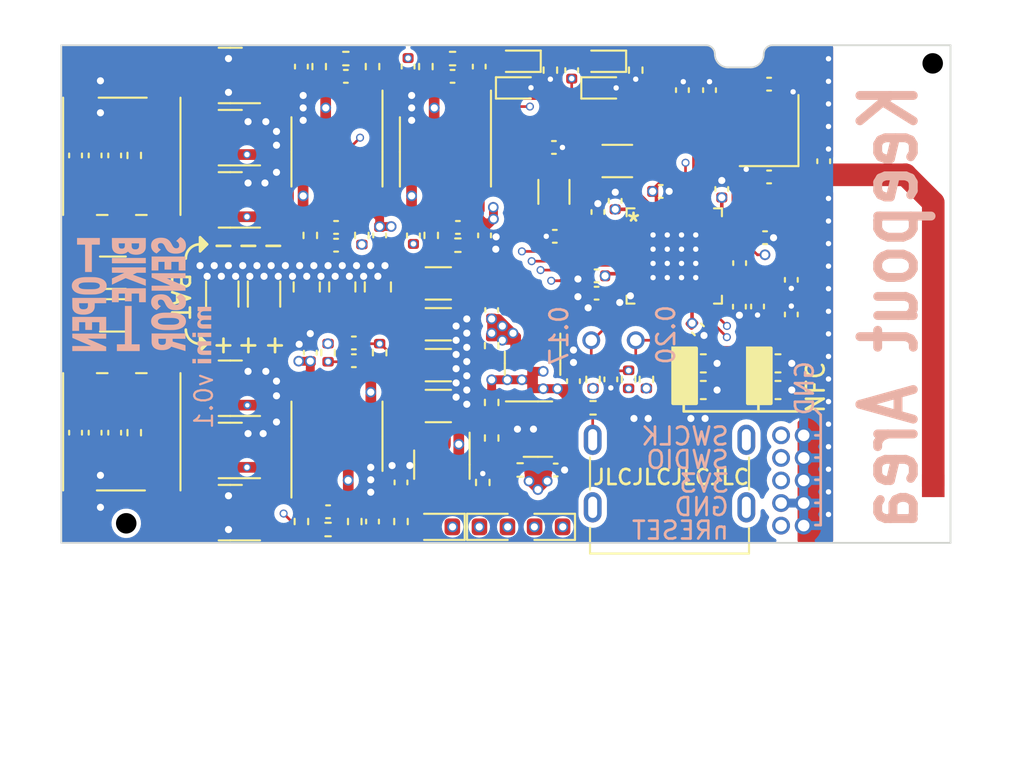
<source format=kicad_pcb>
(kicad_pcb (version 20221018) (generator pcbnew)
  (layers (0 "F.Cu" signal) (1 "In1.Cu" signal) (2 "In2.Cu" signal) (3 "In3.Cu" signal) (4 "In4.Cu" signal) (31 "B.Cu" signal) (34 "B.Paste" user) (35 "F.Paste" user) (36 "B.SilkS" user "B.Silkscreen") (37 "F.SilkS" user "F.Silkscreen") (38 "B.Mask" user) (39 "F.Mask" user) (44 "Edge.Cuts" user))
  (net 0 "")
  (net 1 "GND")
  (net 2 "Net-(U1-XC1)")
  (net 3 "Net-(U1-XC2)")
  (net 4 "Net-(U1-ANT)")
  (net 5 "Net-(AE201-A)")
  (net 6 "+3V3")
  (net 7 "Net-(U1-DEC1)")
  (net 8 "Net-(U1-DEC5)")
  (net 9 "Net-(U1-DEC3)")
  (net 10 "Net-(U1-DEC4)")
  (net 11 "+BATT")
  (net 12 "VBUS")
  (net 13 "Net-(U1-P0-00{slash}XL1)")
  (net 14 "Net-(L3-Pad1)")
  (net 15 "Net-(U1-P0-01{slash}XL2)")
  (net 16 "Net-(U1-P0-10{slash}NFC2)")
  (net 17 "Net-(U1-P0-09{slash}NFC1)")
  (net 18 "LED_R")
  (net 19 "LED_B")
  (net 20 "nRESET")
  (net 21 "SWDIO")
  (net 22 "SWDCLK")
  (net 23 "Net-(U301A--)")
  (net 24 "Net-(U301B--)")
  (net 25 "Net-(U303A--)")
  (net 26 "Net-(U302A--)")
  (net 27 "VDDA")
  (net 28 "VDDA{slash}2")
  (net 29 "Net-(C312-Pad1)")
  (net 30 "Net-(C312-Pad2)")
  (net 31 "Net-(U302B--)")
  (net 32 "Net-(C314-Pad2)")
  (net 33 "Net-(C316-Pad1)")
  (net 34 "Net-(U303B--)")
  (net 35 "Net-(C317-Pad2)")
  (net 36 "Net-(C318-Pad2)")
  (net 37 "Net-(D1-K)")
  (net 38 "Net-(D1-A)")
  (net 40 "Net-(D3-K)")
  (net 41 "Net-(D4-K)")
  (net 44 "Net-(J1-SHIELD)")
  (net 45 "Net-(U1-DCC)")
  (net 46 "OnOffUltrasonic")
  (net 47 "Net-(T301-S2)")
  (net 48 "AMPLIFIED_L")
  (net 49 "Net-(C326-Pad1)")
  (net 50 "Net-(C326-Pad2)")
  (net 51 "Net-(T302-S2)")
  (net 52 "Net-(C327-Pad2)")
  (net 53 "Net-(C329-Pad1)")
  (net 54 "Net-(Q301-D)")
  (net 55 "Net-(C330-Pad2)")
  (net 56 "Net-(C331-Pad2)")
  (net 57 "Net-(Q302-D)")
  (net 58 "Net-(Q303-D)")
  (net 59 "AMPLIFIED_R")
  (net 60 "Net-(Q304-D)")
  (net 61 "Net-(U2-PROG)")
  (net 62 "Net-(T301-PM)")
  (net 63 "Net-(T302-PM)")
  (net 64 "Net-(U304-+)")
  (net 65 "TRIG_L1")
  (net 66 "TRIG_L2")
  (net 67 "TRIG_R1")
  (net 68 "TRIG_R2")
  (net 69 "Net-(U304--)")
  (net 74 "Net-(D303-A)")
  (net 75 "ENVELOPE_L")
  (net 76 "Net-(D305-A)")
  (net 77 "Net-(C307-Pad2)")
  (net 78 "Net-(C310-Pad2)")
  (net 79 "Net-(C313-Pad2)")
  (net 80 "Net-(C319-Pad2)")
  (net 81 "ENVELOPE_R")
  (footprint "Resistor_SMD:R_0402_1005Metric" (layer "F.Cu") (at 120.5 50.4 90)
    (fp_text reference "R303")
    (fp_text value "4.7k")
  )
  (footprint "Capacitor_SMD:C_0402_1005Metric" (layer "F.Cu") (at 109 50.75)
    (fp_text reference "C314")
    (fp_text value "22pF")
  )
  (footprint "Connector_Wire:SolderWirePad_1x01_SMD_1x2mm" (layer "F.Cu") (at 132.48 67.65)
    (fp_text reference "H1")
    (fp_text value "Pad")
  )
  (footprint "Diode_SMD:D_SOD-523" (layer "F.Cu") (at 118.7 49.9 180)
    (fp_text reference "D303")
    (fp_text value "RB521S30T5G")
  )
  (footprint "06_custom:B78416A2430A003" (layer "F.Cu") (at 96.4 70.75 -90)
    (fp_text reference "T302")
    (fp_text value "Transformer_1:1:15")
  )
  (footprint "Package_TO_SOT_SMD:SOT-23" (layer "F.Cu") (at 102.5 50.7 180)
    (fp_text reference "D301")
    (fp_text value "BAV99")
  )
  (footprint "Diode_SMD:D_SOD-523" (layer "F.Cu") (at 118.7 51.4)
    (fp_text reference "D304")
    (fp_text value "RB521S30T5G")
  )
  (footprint "06_custom:Transducer@Transformer" (layer "F.Cu") (at 94 75.35 90)
    (fp_text reference "LS302")
    (fp_text value "Transducer")
  )
  (footprint "Package_SO:SOIC-8_3.9x4.9mm_P1.27mm" (layer "F.Cu") (at 108.5 71 90)
    (fp_text reference "U302")
    (fp_text value "MCP6002T")
  )
  (footprint "Package_TO_SOT_SMD:SOT-23" (layer "F.Cu") (at 102.5 57.7 180)
    (fp_text reference "Q302")
    (fp_text value "AO3400A")
  )
  (footprint "Capacitor_SMD:C_0402_1005Metric" (layer "F.Cu") (at 117.2 63.9 90)
    (fp_text reference "C337")
    (fp_text value "4.7uF")
  )
  (footprint "Capacitor_SMD:C_0402_1005Metric" (layer "F.Cu") (at 120.7 54.75 180)
    (fp_text reference "C15")
    (fp_text value "12pF")
  )
  (footprint "06_custom:NRF52833-QDAA-R7" (layer "F.Cu") (at 127.467207 60.856607)
    (fp_text reference "U1")
    (fp_text value "NRF52833-QDAA")
  )
  (footprint "Capacitor_SMD:C_0402_1005Metric" (layer "F.Cu") (at 121.7 50.4 90)
    (fp_text reference "C303")
    (fp_text value "10nF")
  )
  (footprint "07_custom:USB_C_SHOU-HAN-TYPE-C-6P" (layer "F.Cu") (at 127.2 71.2)
    (fp_text reference "J1")
    (fp_text value "USB_C_Receptacle_PowerOnly_6P")
  )
  (footprint "Capacitor_SMD:C_0402_1005Metric" (layer "F.Cu") (at 93.8 70.8 -90)
    (fp_text reference "C321")
    (fp_text value "6.8nF")
  )
  (footprint "Capacitor_SMD:C_0402_1005Metric" (layer "F.Cu") (at 132.573207 59.828207 180)
    (fp_text reference "C10")
    (fp_text value "100pF")
  )
  (footprint "Capacitor_SMD:C_0402_1005Metric" (layer "F.Cu") (at 112.5 50.2 -90)
    (fp_text reference "C318")
    (fp_text value "1nF")
  )
  (footprint "Capacitor_SMD:C_0402_1005Metric" (layer "F.Cu") (at 123.9 67.8 -90)
    (fp_text reference "C26")
    (fp_text value "100nF")
  )
  (footprint "Inductor_SMD:L_0402_1005Metric" (layer "F.Cu") (at 127.144367 55.774366 90)
    (fp_text reference "L4")
    (fp_text value "15nH")
  )
  (footprint "Resistor_SMD:R_0402_1005Metric" (layer "F.Cu") (at 107 59.7 -90)
    (fp_text reference "R318")
    (fp_text value "120k")
  )
  (footprint "LED_SMD:LED_0603_1608Metric" (layer "F.Cu") (at 117.3 76.1)
    (fp_text reference "D4")
    (fp_text value "LED_blue")
  )
  (footprint "Resistor_SMD:R_0402_1005Metric" (layer "F.Cu") (at 113.5 50.2 -90)
    (fp_text reference "R320")
    (fp_text value "3.3k")
  )
  (footprint "Capacitor_SMD:C_0402_1005Metric" (layer "F.Cu") (at 124.144367 57.754366 90)
    (fp_text reference "C12")
    (fp_text value "1.0uF")
  )
  (footprint "Resistor_SMD:R_0402_1005Metric" (layer "F.Cu") (at 109.9 59.7 -90)
    (fp_text reference "R316")
    (fp_text value "20k")
  )
  (footprint "Connector_PinHeader_1.27mm:PinHeader_1x01_P1.27mm_Vertical" (layer "F.Cu") (at 125.3 65.6 -90)
    (fp_text reference "J9")
    (fp_text value "Conn_01x01")
  )
  (footprint "Connector_PinHeader_1.27mm:PinHeader_1x01_P1.27mm_Vertical" (layer "F.Cu") (at 122.8 65.6 -90)
    (fp_text reference "J10")
    (fp_text value "Conn_01x01")
  )
  (footprint "Capacitor_SMD:C_0402_1005Metric" (layer "F.Cu") (at 110.5 75.8 90)
    (fp_text reference "C326")
    (fp_text value "1nF")
  )
  (footprint "Capacitor_SMD:C_1206_3216Metric" (layer "F.Cu") (at 102.05 63 90)
    (fp_text reference "C324")
    (fp_text value "100uF")
  )
  (footprint "Capacitor_SMD:C_0805_2012Metric" (layer "F.Cu") (at 106.8 62.6 90)
    (fp_text reference "C334")
    (fp_text value "47uF")
  )
  (footprint "Resistor_SMD:R_0402_1005Metric" (layer "F.Cu") (at 110.9 66.3 90)
    (fp_text reference "R325")
    (fp_text value "120k")
  )
  (footprint "Capacitor_SMD:C_0402_1005Metric" (layer "F.Cu") (at 129.45 51.525 90)
    (fp_text reference "C306")
    (fp_text value "6.8nF")
  )
  (footprint "Inductor_SMD:L_0402_1005Metric" (layer "F.Cu") (at 132.6 61.75 180)
    (fp_text reference "L1")
    (fp_text value "3.9nH")
  )
  (footprint "Capacitor_SMD:C_0402_1005Metric" (layer "F.Cu") (at 128.8 64.99 -45)
    (fp_text reference "C7")
    (fp_text value "100nF")
  )
  (footprint "06_custom:ToolingHoleJLCPCB" (layer "F.Cu") (at 96.65 75.9)
    (fp_text reference "H6")
    (fp_text value "MountingHole")
  )
  (footprint "Capacitor_SMD:C_0402_1005Metric" (layer "F.Cu") (at 94.9 55.2 -90)
    (fp_text reference "C310")
    (fp_text value "6.8nF")
  )
  (footprint "LED_SMD:LED_0603_1608Metric" (layer "F.Cu") (at 120.4 76.1 180)
    (fp_text reference "D3")
    (fp_text value "LED_red")
  )
  (footprint "Resistor_SMD:R_0402_1005Metric" (layer "F.Cu") (at 110.5 50.2 90)
    (fp_text reference "R313")
    (fp_text value "3.3k")
  )
  (footprint "Capacitor_SMD:C_0402_1005Metric" (layer "F.Cu") (at 134.05 62.2 -90)
    (fp_text reference "C4")
    (fp_text value "1pF")
  )
  (footprint "Capacitor_SMD:C_0402_1005Metric" (layer "F.Cu") (at 127.925 51.525 90)
    (fp_text reference "C302")
    (fp_text value "6.8nF")
  )
  (footprint "Capacitor_SMD:C_0402_1005Metric" (layer "F.Cu") (at 108 75.25 180)
    (fp_text reference "C327")
    (fp_text value "22pF")
  )
  (footprint "Capacitor_SMD:C_0402_1005Metric" (layer "F.Cu") (at 123.1 61.975 180)
    (fp_text reference "C6")
    (fp_text value "4.7uF")
  )
  (footprint "Capacitor_SMD:C_0402_1005Metric" (layer "F.Cu") (at 93.8 55.2 90)
    (fp_text reference "C311")
    (fp_text value "6.8nF")
  )
  (footprint "Crystal:Crystal_SMD_3225-4Pin_3.2x2.5mm" (layer "F.Cu") (at 132.8 53.8 90)
    (fp_text reference "Y1")
    (fp_text value "X322532MOB4SI")
  )
  (footprint "Resistor_SMD:R_0402_1005Metric" (layer "F.Cu") (at 108 66.3 90)
    (fp_text reference "R324")
    (fp_text value "20k")
  )
  (footprint "Resistor_SMD:R_0402_1005Metric" (layer "F.Cu") (at 122.9 69.4)
    (fp_text reference "R1")
    (fp_text value "1M")
  )
  (footprint "Resistor_SMD:R_0402_1005Metric" (layer "F.Cu") (at 112.1 75.8 90)
    (fp_text reference "R2")
    (fp_text value "1k")
  )
  (footprint "06_custom:B78416A2430A003" (layer "F.Cu") (at 96.4 55.25 90)
    (fp_text reference "T301")
    (fp_text value "Transformer_1:1:15")
  )
  (footprint "Capacitor_SMD:C_0402_1005Metric" (layer "F.Cu") (at 126.704367 57.224366)
    (fp_text reference "C13")
    (fp_text value "1.0uF")
  )
  (footprint "Capacitor_SMD:C_0402_1005Metric" (layer "F.Cu") (at 121.8 67.9 90)
    (fp_text reference "C309")
    (fp_text value "4.7uF")
  )
  (footprint "Capacitor_SMD:C_0402_1005Metric" (layer "F.Cu") (at 116.5 50.2 90)
    (fp_text reference "C301")
    (fp_text value "10nF")
  )
  (footprint "Resistor_SMD:R_0402_1005Metric" (layer "F.Cu") (at 106.5 75.8 -90)
    (fp_text reference "R323")
    (fp_text value "3.3k")
  )
  (footprint "Capacitor_SMD:C_0402_1005Metric" (layer "F.Cu") (at 115.3 59.25)
    (fp_text reference "C332")
    (fp_text value "22pF")
  )
  (footprint "Capacitor_SMD:C_0402_1005Metric" (layer "F.Cu") (at 109.45 66.75)
    (fp_text reference "C329")
    (fp_text value "220pF")
  )
  (footprint "Capacitor_SMD:C_1206_3216Metric" (layer "F.Cu") (at 114.2 64.7)
    (fp_text reference "C325")
    (fp_text value "100uF")
  )
  (footprint "Capacitor_SMD:C_0402_1005Metric" (layer "F.Cu") (at 135.87 55.525 90)
    (fp_text reference "C9")
    (fp_text value "1pF")
  )
  (footprint "Capacitor_SMD:C_0402_1005Metric" (layer "F.Cu") (at 106.5 50.2 -90)
    (fp_text reference "C312")
    (fp_text value "1nF")
  )
  (footprint "Diode_SMD:D_SOD-523" (layer "F.Cu") (at 123.5 49.9 180)
    (fp_text reference "D305")
    (fp_text value "RB521S30T5G")
  )
  (footprint "Capacitor_SMD:C_0402_1005Metric" (layer "F.Cu") (at 112.8 59.7 90)
    (fp_text reference "C331")
    (fp_text value "1nF")
  )
  (footprint "Package_TO_SOT_SMD:SOT-23" (layer "F.Cu") (at 102.5 71.8 180)
    (fp_text reference "Q304")
    (fp_text value "AO3400A")
  )
  (footprint "Resistor_SMD:R_0402_1005Metric" (layer "F.Cu") (at 125.9 67.8 -90)
    (fp_text reference "R6")
    (fp_text value "1k")
  )
  (footprint "Capacitor_SMD:C_0402_1005Metric" (layer "F.Cu") (at 94.9 70.8 90)
    (fp_text reference "C319")
    (fp_text value "6.8nF")
  )
  (footprint "Capacitor_SMD:C_0402_1005Metric" (layer "F.Cu") (at 108.45 59.25 180)
    (fp_text reference "C316")
    (fp_text value "220pF")
  )
  (footprint "Capacitor_SMD:C_0402_1005Metric" (layer "F.Cu") (at 115 50.75)
    (fp_text reference "C320")
    (fp_text value "22pF")
  )
  (footprint "Capacitor_SMD:C_0402_1005Metric" (layer "F.Cu") (at 109.45 65.75)
    (fp_text reference "C330")
    (fp_text value "220pF")
  )
  (footprint "Capacitor_SMD:C_1206_3216Metric" (layer "F.Cu") (at 114.2 67)
    (fp_text reference "C333")
    (fp_text value "100uF")
  )
  (footprint "Capacitor_SMD:C_0402_1005Metric" (layer "F.Cu") (at 123.1 62.95 180)
    (fp_text reference "C17")
    (fp_text value "4.7uF")
  )
  (footprint "Connector_Wire:SolderWirePad_1x01_SMD_1x2mm" (layer "F.Cu") (at 103.23 61.45 90)
    (fp_text reference "H3")
    (fp_text value "Pad")
  )
  (footprint "Resistor_SMD:R_0402_1005Metric" (layer "F.Cu") (at 117.2 65.9 90)
    (fp_text reference "R328")
    (fp_text value "1M")
  )
  (footprint "Capacitor_SMD:C_0603_1608Metric" (layer "F.Cu") (at 129.1 66.9 180)
    (fp_text reference "C22")
    (fp_text value "100pF C0G")
  )
  (footprint "Capacitor_SMD:C_0402_1005Metric" (layer "F.Cu") (at 132.15 63.7 90)
    (fp_text reference "C23")
    (fp_text value "20pF C0G")
  )
  (footprint "Resistor_SMD:R_0402_1005Metric" (layer "F.Cu") (at 115.3 60.25)
    (fp_text reference "R327")
    (fp_text value "68k")
  )
  (footprint "Resistor_SMD:R_0402_1005Metric" (layer "F.Cu") (at 109 49.75)
    (fp_text reference "R310")
    (fp_text value "68k")
  )
  (footprint "Capacitor_SMD:C_0402_1005Metric" (layer "F.Cu") (at 131.13 63.71 -90)
    (fp_text reference "C8")
    (fp_text value "1nF")
  )
  (footprint "Capacitor_SMD:C_0402_1005Metric" (layer "F.Cu") (at 116.8 59.7 -90)
    (fp_text reference "C322")
    (fp_text value "4.7uF")
  )
  (footprint "Capacitor_SMD:C_0805_2012Metric" (layer "F.Cu") (at 108.8 62.6 90)
    (fp_text reference "C335")
    (fp_text value "47uF")
  )
  (footprint "Package_TO_SOT_SMD:SOT-23" (layer "F.Cu") (at 102.5 54.2 180)
    (fp_text reference "Q301")
    (fp_text value "AO3400A")
  )
  (footprint "Capacitor_SMD:C_0402_1005Metric" (layer "F.Cu") (at 112.1 73.6 90)
    (fp_text reference "C14")
    (fp_text value "4.7uF")
  )
  (footprint "Capacitor_SMD:C_0603_1608Metric" (layer "F.Cu") (at 133.3 68.4)
    (fp_text reference "C19")
    (fp_text value "100pF C0G")
  )
  (footprint "Resistor_SMD:R_0402_1005Metric" (layer "F.Cu") (at 124.9 67.8 -90)
    (fp_text reference "R8")
    (fp_text value "10k")
  )
  (footprint "Resistor_SMD:R_0402_1005Metric" (layer "F.Cu") (at 97.1 70.8 90)
    (fp_text reference "R317")
    (fp_text value "1k")
  )
  (footprint "Capacitor_SMD:C_0402_1005Metric" (layer "F.Cu") (at 131.143207 61.258207 90)
    (fp_text reference "C3")
    (fp_text value "1pF")
  )
  (footprint "Package_TO_SOT_SMD:TSOT-23-6" (layer "F.Cu") (at 114.4 72.6 -90)
    (fp_text reference "U2")
    (fp_text value "TP4057")
  )
  (footprint "Package_TO_SOT_SMD:SOT-23" (layer "F.Cu") (at 119.5 66.9 -90)
    (fp_text reference "Q305")
    (fp_text value "AO3401A")
  )
  (footprint "Resistor_SMD:R_0402_1005Metric" (layer "F.Cu") (at 122.9 67.8 -90)
    (fp_text reference "R7")
    (fp_text value "1k")
  )
  (footprint "Capacitor_SMD:C_0402_1005Metric" (layer "F.Cu") (at 123.174367 58.384366 90)
    (fp_text reference "C5")
    (fp_text value "100nF")
  )
  (footprint "Capacitor_SMD:C_0402_1005Metric" (layer "F.Cu") (at 120.75 59.75)
    (fp_text reference "C16")
    (fp_text value "12pF")
  )
  (footprint "Capacitor_SMD:C_0402_1005Metric" (layer "F.Cu") (at 96 70.8 -90)
    (fp_text reference "C313")
    (fp_text value "6.8nF")
  )
  (footprint "Capacitor_SMD:C_0402_1005Metric" (layer "F.Cu") (at 120.8 72.9)
    (fp_text reference "C308")
    (fp_text value "4.7uF")
  )
  (footprint "Capacitor_SMD:C_0402_1005Metric" (layer "F.Cu") (at 107 66.3 90)
    (fp_text reference "C315")
    (fp_text value "4.7uF")
  )
  (footprint "Capacitor_SMD:C_0402_1005Metric" (layer "F.Cu") (at 134.05 64.15 90)
    (fp_text reference "C20")
    (fp_text value "20pF C0G")
  )
  (footprint "Resistor_SMD:R_1206_3216Metric" (layer "F.Cu") (at 95.9 64.2)
    (fp_text reference "R302")
    (fp_text value "1")
  )
  (footprint "06_custom:ToolingHoleJLCPCB" (layer "F.Cu") (at 142 50.02)
    (fp_text reference "H5")
    (fp_text value "MountingHole")
  )
  (footprint "Connector_PinHeader_1.27mm:PinHeader_2x05_P1.27mm_Vertical" (layer "F.Cu") (at 133.475 70.95)
    (fp_text reference "J2")
    (fp_text value "Conn_02x05_Odd_Even")
  )
  (footprint "Capacitor_SMD:C_0402_1005Metric" (layer "F.Cu") (at 108.45 60.25 180)
    (fp_text reference "C317")
    (fp_text value "220pF")
  )
  (footprint "Package_SO:SOIC-8_3.9x4.9mm_P1.27mm" (layer "F.Cu") (at 114.6 55 -90)
    (fp_text reference "U303")
    (fp_text value "MCP6002T")
  )
  (footprint "06_custom:Transducer@Transformer" (layer "F.Cu") (at 94 50.65 90)
    (fp_text reference "LS301")
    (fp_text value "Transducer")
  )
  (footprint "Package_TO_SOT_SMD:SOT-23" (layer "F.Cu") (at 102.5 68.3 180)
    (fp_text reference "Q303")
    (fp_text value "AO3400A")
  )
  (footprint "Resistor_SMD:R_0402_1005Metric" (layer "F.Cu") (at 107.5 50.2 -90)
    (fp_text reference "R309")
    (fp_text value "3.3k")
  )
  (footprint "Package_TO_SOT_SMD:SOT-23" (layer "F.Cu") (at 102.5 75.3 180)
    (fp_text reference "D302")
    (fp_text value "BAV99")
  )
  (footprint "Package_SO:SOIC-8_3.9x4.9mm_P1.27mm" (layer "F.Cu") (at 108.5 55 -90)
    (fp_text reference "U301")
    (fp_text value "MCP6002T")
  )
  (footprint "Resistor_SMD:R_0402_1005Metric" (layer "F.Cu") (at 117.2 71.1 90)
    (fp_text reference "R306")
    (fp_text value "33k")
  )
  (footprint "Resistor_SMD:R_0402_1005Metric" (layer "F.Cu") (at 116.7 73.6 -90)
    (fp_text reference "R3")
    (fp_text value "2k")
  )
  (footprint "Capacitor_SMD:C_0402_1005Metric" (layer "F.Cu") (at 96 55.2 90)
    (fp_text reference "C307")
    (fp_text value "6.8nF")
  )
  (footprint "Inductor_SMD:L_1206_3216Metric" (layer "F.Cu") (at 124.264367 55.514366)
    (fp_text reference "L3")
    (fp_text value "10uH")
  )
  (footprint "Crystal:Crystal_SMD_3215-2Pin_3.2x1.5mm" (layer "F.Cu") (at 120.7 57.25 -90)
    (fp_text reference "Y2")
    (fp_text value "Q13FC1350000400")
  )
  (footprint "Resistor_SMD:R_0402_1005Metric" (layer "F.Cu") (at 115 49.75)
    (fp_text reference "R321")
    (fp_text value "68k")
  )
  (footprint "Connector_Wire:SolderWirePad_1x01_SMD_1x2mm" (layer "F.Cu") (at 103.16 64.55 90)
    (fp_text reference "H4")
    (fp_text value "Pad")
  )
  (footprint "Capacitor_SMD:C_1206_3216Metric" (layer "F.Cu") (at 114.2 62.4)
    (fp_text reference "C323")
    (fp_text value "100uF")
  )
  (footprint "Resistor_SMD:R_0402_1005Metric" (layer "F.Cu") (at 108 76.25 180)
    (fp_text reference "R322")
    (fp_text value "68k")
  )
  (footprint "Capacitor_SMD:C_0402_1005Metric" (layer "F.Cu") (at 132.8 51.19 180)
    (fp_text reference "C2")
    (fp_text value "12pF")
  )
  (footprint "LED_SMD:LED_0603_1608Metric" (layer "F.Cu") (at 114.2 76.1 180)
    (fp_text reference "D1")
    (fp_text value "LED_red")
  )
  (footprint "Capacitor_SMD:C_0805_2012Metric" (layer "F.Cu") (at 110.8 62.6 90)
    (fp_text reference "C336")
    (fp_text value "47uF")
  )
  (footprint "Capacitor_SMD:C_0402_1005Metric" (layer "F.Cu") (at 110.9 59.7 -90)
    (fp_text reference "C328")
    (fp_text value "4.7uF")
  )
  (footprint "Capacitor_SMD:C_0603_1608Metric" (layer "F.Cu") (at 129.1 68.4 180)
    (fp_text reference "C21")
    (fp_text value "100pF C0G")
  )
  (footprint "Resistor_SMD:R_0402_1005Metric" (layer "F.Cu") (at 117.2 69.1 90)
    (fp_text reference "R305")
    (fp_text value "33k")
  )
  (footprint "Capacitor_SMD:C_1206_3216Metric" (layer "F.Cu") (at 114.2 69.3)
    (fp_text reference "C305")
    (fp_text value "100uF")
  )
  (footprint "Connector_Wire:SolderWirePad_1x01_SMD_1x2mm" (layer "F.Cu") (at 128.28 67.65)
    (fp_text reference "H2")
    (fp_text value "Pad")
  )
  (footprint "06_custom:nRF_pcbAntenna" (layer "F.Cu") (at 135.87 56.29)
    (fp_text reference "AE201")
    (fp_text value "Antenna")
  )
  (footprint "Resistor_SMD:R_0402_1005Metric" (layer "F.Cu") (at 109.5 75.8 90)
    (fp_text reference "R319")
    (fp_text value "3.3k")
  )
  (footprint "Resistor_SMD:R_0402_1005Metric" (layer "F.Cu") (at 118.8 72.9)
    (fp_text reference "R329")
    (fp_text value "330")
  )
  (footprint "Resistor_SMD:R_1206_3216Metric" (layer "F.Cu") (at 95.9 61.8)
    (fp_text reference "R301")
    (fp_text value "1")
  )
  (footprint "Package_TO_SOT_SMD:SOT-23-5" (layer "F.Cu") (at 119.8 70.6)
    (fp_text reference "U304")
    (fp_text value "LMV321")
  )
  (footprint "Diode_SMD:D_SOD-523" (layer "F.Cu") (at 123.5 51.4)
    (fp_text reference "D306")
    (fp_text value "RB521S30T5G")
  )
  (footprint "Resistor_SMD:R_0402_1005Metric" (layer "F.Cu") (at 97.1 55.2 -90)
    (fp_text reference "R308")
    (fp_text value "1k")
  )
  (footprint "Capacitor_SMD:C_0402_1005Metric" (layer "F.Cu") (at 130.138207 57.088207 90)
    (fp_text reference "C11")
    (fp_text value "100nF")
  )
  (footprint "Resistor_SMD:R_0402_1005Metric" (layer "F.Cu") (at 125.3 50.4 90)
    (fp_text reference "R304")
    (fp_text value "4.7k")
  )
  (footprint "Capacitor_SMD:C_1206_3216Metric" (layer "F.Cu") (at 104.4 63 90)
    (fp_text reference "C304")
    (fp_text value "100uF")
  )
  (footprint "Resistor_SMD:R_0402_1005Metric" (layer "F.Cu") (at 113.8 59.7 90)
    (fp_text reference "R326")
    (fp_text value "3.3k")
  )
  (footprint "Capacitor_SMD:C_0603_1608Metric" (layer "F.Cu") (at 133.3 66.9)
    (fp_text reference "C18")
    (fp_text value "100pF C0G")
  )
  (footprint "Capacitor_SMD:C_0402_1005Metric" (layer "F.Cu") (at 132.8 56.41)
    (fp_text reference "C1")
    (fp_text value "12pF")
  )
  (footprint "LOGO" (layer "B.Cu") (at 96.8 63 -90)
    (fp_text reference "G***")
    (fp_text value "LOGO" hide)
  )
  (gr_line (start 135.4 74.75) (end 135.65 74.75) (stroke (width 0.15)) (layer "B.SilkS"))
  (gr_line (start 135.4 72.2) (end 135.65 72.2) (stroke (width 0.15)) (layer "B.SilkS"))
  (gr_line (start 135.4 73.45) (end 135.7 73.45) (stroke (width 0.15)) (layer "B.SilkS"))
  (gr_line (start 135.4 70.95) (end 135.7 70.95) (stroke (width 0.15)) (layer "B.SilkS"))
  (gr_line (start 135.7 69.8) (end 135.4 69.5) (stroke (width 0.15)) (layer "B.SilkS"))
  (gr_line (start 135.7 76) (end 135.4 76) (stroke (width 0.15)) (layer "B.SilkS"))
  (gr_line (start 135.7 69.8) (end 135.7 76) (stroke (width 0.15)) (layer "B.SilkS"))
  (gr_line (start 134.4 69.6) (end 132.2 69.6) (stroke (width 0.15)) (layer "F.SilkS"))
  (gr_arc (start 100 61) (mid 100.234315 60.434315) (end 100.8 60.2) (stroke (width 0.15)) (layer "F.SilkS"))
  (gr_poly (pts (xy 101.2 60.2) (xy 100.8 59.8) (xy 100.8 60.6)) (stroke (width 0.15)) (fill solid) (layer "F.SilkS"))
  (gr_line (start 132.2 69.6) (end 132.2 69.2) (stroke (width 0.15)) (layer "F.SilkS"))
  (gr_arc (start 100.8 65.8) (mid 100.234315 65.565685) (end 100 65) (stroke (width 0.15)) (layer "F.SilkS"))
  (gr_line (start 132.2 69.6) (end 128 69.6) (stroke (width 0.15)) (layer "F.SilkS"))
  (gr_rect (start 131.6 66.05) (end 132.9 69.15) (stroke (width 0.2)) (fill solid) (layer "F.SilkS"))
  (gr_line (start 128 69.6) (end 128 69.2) (stroke (width 0.15)) (layer "F.SilkS"))
  (gr_rect (start 127.4 66.05) (end 128.7 69.15) (stroke (width 0.2)) (fill solid) (layer "F.SilkS"))
  (gr_poly (pts (xy 101.2 65.8) (xy 100.8 65.4) (xy 100.8 66.2)) (stroke (width 0.15)) (fill solid) (layer "F.SilkS"))
  (gr_arc (start 132.5 49.5) (mid 132.646447 49.146447) (end 133 49) (stroke (width 0.1)) (layer "Edge.Cuts"))
  (gr_line (start 131.75 50.25) (end 130.5 50.25) (stroke (width 0.1)) (layer "Edge.Cuts"))
  (gr_line (start 133 49) (end 143 49) (stroke (width 0.1)) (layer "Edge.Cuts"))
  (gr_arc (start 132.5 49.5) (mid 132.28033 50.03033) (end 131.75 50.25) (stroke (width 0.1)) (layer "Edge.Cuts"))
  (gr_line (start 93 77) (end 93 49) (stroke (width 0.1)) (layer "Edge.Cuts"))
  (gr_line (start 93 49) (end 129.25 49) (stroke (width 0.1)) (layer "Edge.Cuts"))
  (gr_arc (start 129.25 49) (mid 129.603553 49.146447) (end 129.75 49.5) (stroke (width 0.1)) (layer "Edge.Cuts"))
  (gr_arc (start 130.5 50.25) (mid 129.96967 50.03033) (end 129.75 49.5) (stroke (width 0.1)) (layer "Edge.Cuts"))
  (gr_line (start 143 77) (end 93 77) (stroke (width 0.1)) (layer "Edge.Cuts"))
  (gr_line (start 143 49) (end 143 77) (stroke (width 0.1)) (layer "Edge.Cuts"))
  (gr_text "v0.1" (at 101.6 67.375 90) (layer "B.SilkS") (effects (font (size 1 1) (thickness 0.125)) (justify left bottom mirror)))
  (gr_text "GND" (at 134.8 68.3 90) (layer "B.SilkS") (effects (font (size 1 1)) (justify mirror)))
  (gr_text "0.20" (at 127 65.29 90) (layer "B.SilkS") (effects (font (size 1 1)) (justify mirror)))
  (gr_text "mini" (at 101.6 63.6 90) (layer "B.SilkS") (effects (font (size 1 1) (thickness 0.2) bold italic) (justify left bottom mirror)))
  (gr_text "0.17" (at 120.99 65.34 90) (layer "B.SilkS") (effects (font (size 1 1)) (justify mirror)))
  (gr_text "SWCLK" (at 128.071429 71) (layer "B.SilkS") (effects (font (size 1 1)) (justify mirror)))
  (gr_text "nRESET" (at 127.809524 76.3) (layer "B.SilkS") (effects (font (size 1 1)) (justify mirror)))
  (gr_text "Keepout Area" (at 141.3 50.9 90) (layer "B.SilkS") (effects (font (size 3 2.5) (thickness 0.5) bold) (justify left bottom mirror)))
  (gr_text "SWDIO" (at 128.214286 72.325) (layer "B.SilkS") (effects (font (size 1 1)) (justify mirror)))
  (gr_text "3V3" (at 129.142857 73.65) (layer "B.SilkS") (effects (font (size 1 1)) (justify mirror)))
  (gr_text "GND" (at 129 74.975) (layer "B.SilkS") (effects (font (size 1 1)) (justify mirror)))
  (gr_text "+" (at 104.3 66.4) (layer "F.SilkS") (effects (font (size 1 1)) (justify left bottom)))
  (gr_text "+" (at 102.8 66.4) (layer "F.SilkS") (effects (font (size 1 1)) (justify left bottom)))
  (gr_text "+" (at 101.4 66.4) (layer "F.SilkS") (effects (font (size 1 1)) (justify left bottom)))
  (gr_text "NFC" (at 136 69.8 90) (layer "F.SilkS") (effects (font (size 1 1)) (justify left bottom)))
  (gr_text "BAT" (at 99.1 61.7 -90) (layer "F.SilkS") (effects (font (size 1 1)) (justify left bottom)))
  (gr_text "-" (at 104.2 60.8) (layer "F.SilkS") (effects (font (size 1 1)) (justify left bottom)))
  (gr_text "-" (at 102.8 60.8) (layer "F.SilkS") (effects (font (size 1 1)) (justify left bottom)))
  (gr_text "JLCJLCJLCJLC" (at 122.825 73.8) (layer "F.SilkS") (effects (font (size 0.85 0.85)) (justify left bottom)))
  (gr_text "-" (at 101.4 60.8) (layer "F.SilkS") (effects (font (size 1 1)) (justify left bottom)))
  (segment (start 126.867208 59.237208) (end 126.868207 59.238207) (width 0.15) (layer "F.Cu") (net 1))
  (segment (start 100.8 61.4) (end 100.8 61.6) (width 1) (layer "F.Cu") (net 1))
  (segment (start 117.43 59.8) (end 117.45 59.78) (width 0.5) (layer "F.Cu") (net 1))
  (segment (start 132.32 56.41) (end 132.32 55.38) (width 0.2) (layer "F.Cu") (net 1))
  (segment (start 123.41 69.435) (end 124.075 70.1) (width 0.15) (layer "F.Cu") (net 1))
  (segment (start 124.075 70.1) (end 124.075 70.825) (width 0.15) (layer "F.Cu") (net 1))
  (segment (start 117.2 63.42) (end 115.62 63.42) (width 0.5) (layer "F.Cu") (net 1))
  (segment (start 127.8 70) (end 128.6 70) (width 0.5) (layer "F.Cu") (net 1))
  (segment (start 129.2 70) (end 129.32 70) (width 0.5) (layer "F.Cu") (net 1))
  (segment (start 115.2 62.4) (end 115.2 69.8) (width 1) (layer "F.Cu") (net 1))
  (segment (start 95.2 51) (end 94.4 51) (width 0.5) (layer "F.Cu") (net 1))
  (segment (start 114.4 70.618629) (end 115.675 69.343629) (width 1) (layer "F.Cu") (net 1))
  (segment (start 130.834807 61.056607) (end 130.973207 60.918207) (width 0.2) (layer "F.Cu") (net 1))
  (segment (start 117.43 60.4755) (end 117.3255 60.4755) (width 0.5) (layer "F.Cu") (net 1))
  (segment (start 104.425 56.775) (end 103.15 56.775) (width 1) (layer "F.Cu") (net 1))
  (segment (start 124.65 70.43) (end 125.08 70) (width 0.5) (layer "F.Cu") (net 1))
  (segment (start 122.62 62.15) (end 122.053094 62.15) (width 0.5) (layer "F.Cu") (net 1))
  (segment (start 105.1 67.9) (end 104.55 67.35) (width 1) (layer "F.Cu") (net 1))
  (segment (start 95.2 52.8) (end 94.4 52.8) (width 0.5) (layer "F.Cu") (net 1))
  (segment (start 117.2 63.42) (end 116.38 63.42) (width 0.5) (layer "F.Cu") (net 1))
  (segment (start 103.4375 51.65) (end 102.4 51.65) (width 0.5) (layer "F.Cu") (net 1))
  (segment (start 117.45 59.78) (end 117.42 59.78) (width 0.5) (layer "F.Cu") (net 1))
  (segment (start 122.225 61.975) (end 122.05 62.15) (width 0.5) (layer "F.Cu") (net 1))
  (segment (start 95.2 73.2) (end 94.2 73.2) (width 0.5) (layer "F.Cu") (net 1))
  (segment (start 121.8 66.85) (end 121.8 66.15) (width 0.5) (layer "F.Cu") (net 1))
  (segment (start 124.65 71.1) (end 124.65 70.43) (width 0.5) (layer "F.Cu") (net 1))
  (segment (start 122.05 63.2) (end 122.05 62.8) (width 0.5) (layer "F.Cu") (net 1))
  (segment (start 117.05 60.18) (end 116.8 60.18) (width 0.5) (layer "F.Cu") (net 1))
  (segment (start 117.2 63.42) (end 116.58 63.42) (width 0.5) (layer "F.Cu") (net 1))
  (segment (start 115.675 68.925) (end 115.675 62.025) (width 1) (layer "F.Cu") (net 1))
  (segment (start 104.475 56.775) (end 104.45 56.75) (width 1) (layer "F.Cu") (net 1))
  (segment (start 120.47 50.88) (end 120.5 50.91) (width 0.15) (layer "F.Cu") (net 1))
  (segment (start 110.405 73.455) (end 110.4 73.45) (width 0.5) (layer "F.Cu") (net 1))
  (segment (start 124.7755 63.1) (end 124.4 63.4755) (width 0.2) (layer "F.Cu") (net 1))
  (segment (start 95.2 75) (end 94.2 75) (width 0.5) (layer "F.Cu") (net 1))
  (segment (start 122.62 63.77) (end 122.625 63.775) (width 0.5) (layer "F.Cu") (net 1))
  (segment (start 122.62 63.15) (end 122.05 63.15) (width 0.5) (layer "F.Cu") (net 1))
  (segment (start 115.675 69.343629) (end 115.675 68.925) (width 1) (layer "F.Cu") (net 1))
  (segment (start 122.62 61.975) (end 122.225 61.975) (width 0.5) (layer "F.Cu") (net 1))
  (segment (start 130.021707 61.056607) (end 130.834807 61.056607) (width 0.2) (layer "F.Cu") (net 1))
  (segment (start 125.1 63.1) (end 125.1 62.7) (width 0.2) (layer "F.Cu") (net 1))
  (segment (start 116.42 63.42) (end 116 63) (width 0.5) (layer "F.Cu") (net 1))
  (segment (start 115.6 62) (end 115.2 62.4) (width 1) (layer "F.Cu") (net 1))
  (segment (start 124.4 63.4755) (end 124.5245 63.4755) (width 0.2) (layer "F.Cu") (net 1))
  (segment (start 124.967707 62.656606) (end 124.967707 62.967707) (width 0.2) (layer "F.Cu") (net 1))
  (segment (start 112.1 73.12) (end 112.07 73.12) (width 0.5) (layer "F.Cu") (net 1))
  (segment (start 112.1 73.12) (end 112.13 73.12) (width 0.5) (layer "F.Cu") (net 1))
  (segment (start 104.45 70.85) (end 103.15 70.85) (width 1) (layer "F.Cu") (net 1))
  (segment (start 124.67 50.88) (end 124.2 51.35) (width 0.15) (layer "F.Cu") (net 1))
  (segment (start 100.6 61.4) (end 101.4 61.4) (width 1) (layer "F.Cu") (net 1))
  (segment (start 125.27 50.88) (end 125.3 50.91) (width 0.15) (layer "F.Cu") (net 1))
  (segment (start 117.2 63.42) (end 116.62 63.42) (width 0.5) (layer "F.Cu") (net 1))
  (segment (start 124.2 51.35) (end 124.2 51.4) (width 0.15) (layer "F.Cu") (net 1))
  (segment (start 117.3 71.6) (end 118.3 70.6) (width 0.15) (layer "F.Cu") (net 1))
  (segment (start 117.3255 60.4755) (end 117.05 60.2) (width 0.5) (layer "F.Cu") (net 1))
  (segment (start 118.6625 70.6) (end 119.55 70.6) (width 0.5) (layer "F.Cu") (net 1))
  (segment (start 104.475 53.275) (end 103.15 53.275) (width 1) (layer "F.Cu") (net 1))
  (segment (start 100.8 61.6) (end 101.2 62) (width 1) (layer "F.Cu") (net 1))
  (segment (start 117.1545 60.2) (end 116.8 60.2) (width 0.5) (layer "F.Cu") (net 1))
  (segment (start 107 65.82) (end 107 65.225) (width 0.5) (layer "F.Cu") (net 1))
  (segment (start 104.55 67.35) (end 103.15 67.35) (width 1) (layer "F.Cu") (net 1))
  (segment (start 105.1 67.9) (end 105.1 70.2) (width 1) (layer "F.Cu") (net 1))
  (segment (start 101.2 62) (end 100.6 61.4) (width 1) (layer "F.Cu") (net 1))
  (segment (start 107 65.82) (end 106.38 65.82) (width 0.5) (layer "F.Cu") (net 1))
  (segment (start 106.38 65.82) (end 106.375 65.825) (width 0.5) (layer "F.Cu") (net 1))
  (segment (start 112.13 73.12) (end 112.6 72.65) (width 0.5) (layer "F.Cu") (net 1))
  (segment (start 116.38 63.42) (end 115.8 64) (width 0.5) (layer "F.Cu") (net 1))
  (segment (start 124.967707 62.967707) (end 125.1 63.1) (width 0.2) (layer "F.Cu") (net 1))
  (segment (start 111.2 61.4) (end 100.8 61.4) (width 1) (layer "F.Cu") (net 1))
  (segment (start 118.3 70.6) (end 118.6625 70.6) (width 0.15) (layer "F.Cu") (net 1))
  (segment (start 117.45 59.78) (end 117.05 60.18) (width 0.5) (layer "F.Cu") (net 1))
  (segment (start 117.43 60.4755) (end 117.1545 60.2) (width 0.5) (layer "F.Cu") (net 1))
  (segment (start 122.625 63.775) (end 122.05 63.2) (width 0.5) (layer "F.Cu") (net 1))
  (segment (start 125.1 63.1) (end 124.7755 63.1) (width 0.2) (layer "F.Cu") (net 1))
  (segment (start 124.5245 63.4755) (end 124.8 63.2) (width 0.2) (layer "F.Cu") (net 1))
  (segment (start 124.7245 63.4755) (end 125.1 63.1) (width 0.2) (layer "F.Cu") (net 1))
  (segment (start 116.58 63.42) (end 116 64) (width 0.5) (layer "F.Cu") (net 1))
  (segment (start 122.35 62.85) (end 122.35 62.2) (width 0.5) (layer "F.Cu") (net 1))
  (segment (start 129.75 70.43) (end 129.75 71.25) (width 0.5) (layer "F.Cu") (net 1))
  (segment (start 110.4 61.4) (end 111.4 61.4) (width 1) (layer "F.Cu") (net 1))
  (segment (start 129.966707 61.056607) (end 129.099807 61.056607) (width 0.2) (layer "F.Cu") (net 1))
  (segment (start 105.1 54.6255) (end 105.1 53.85) (width 1) (layer "F.Cu") (net 1))
  (segment (start 133.28 51.19) (end 133.28 52.24) (width 0.2) (layer "F.Cu") (net 1))
  (segment (start 134.15 52.12) (end 134.15 51.62) (width 0.2) (layer "F.Cu") (net 1))
  (segment (start 117.2 71.6) (end 117.3 71.6) (width 0.15) (layer "F.Cu") (net 1))
  (segment (start 119.87 50.88) (end 120.47 50.88) (width 0.15) (layer "F.Cu") (net 1))
  (segment (start 101.2 62) (end 110.8 62) (width 1) (layer "F.Cu") (net 1))
  (segment (start 119.4 51.35) (end 119.87 50.88) (width 0.15) (layer "F.Cu") (net 1))
  (segment (start 121.8 67.42) (end 121.8 66.85) (width 0.5) (layer "F.Cu") (net 1))
  (segment (start 122.050714 62.15238) (end 122.050714 63.124286) (width 0.5) (layer "F.Cu") (net 1))
  (segment (start 119.4 51.4) (end 119.4 51.35) (width 0.15) (layer "F.Cu") (net 1))
  (segment (start 124.67 50.88) (end 125.27 50.88) (width 0.15) (layer "F.Cu") (net 1))
  (segment (start 105.1 56.15) (end 105.1 54.6255) (width 1) (layer "F.Cu") (net 1))
  (segment (start 104.55 53.275) (end 104.525 53.275) (width 1) (layer "F.Cu") (net 1))
  (segment (start 122.05 63.15) (end 122.35 62.85) (width 0.5) (layer "F.Cu") (net 1))
  (segment (start 126.2 70) (end 127 70) (width 0.5) (layer "F.Cu") (net 1))
  (segment (start 93.8 54.72) (end 93.8 52.8) (width 0.15) (layer "F.Cu") (net 1))
  (segment (start 115.62 63.42) (end 115.6 63.4) (width 0.5) (layer "F.Cu") (net 1))
  (segment (start 105.1 56.175) (end 104.5 56.775) (width 1) (layer "F.Cu") (net 1))
  (segment (start 131.45 55.91598) (end 131.51402 55.98) (width 0.2) (layer "F.Cu") (net 1))
  (segment (start 110.9 60.18) (end 110.9 61.2) (width 0.5) (layer "F.Cu") (net 1))
  (segment (start 103.4375 76.25) (end 102.4 76.25) (width 0.5) (layer "F.Cu") (net 1))
  (segment (start 105.1 70.2) (end 104.45 70.85) (width 1) (layer "F.Cu") (net 1))
  (segment (start 129.099807 61.056607) (end 129.098207 61.058207) (width 0.2) (layer "F.Cu") (net 1))
  (segment (start 104.45 56.75) (end 104.425 56.775) (width 1) (layer "F.Cu") (net 1))
  (segment (start 131.45 55.38) (end 131.45 55.91598) (width 0.2) (layer "F.Cu") (net 1))
  (segment (start 118.6625 70.6) (end 118.65 70.6) (width 0.15) (layer "F.Cu") (net 1))
  (segment (start 126.867208 58.357107) (end 126.867208 59.237208) (width 0.2) (layer "F.Cu") (net 1))
  (segment (start 128.6 70) (end 129.2 70) (width 0.5) (layer "F.Cu") (net 1))
  (segment (start 93.8 71.28) (end 93.8 73.2) (width 0.15) (layer "F.Cu") (net 1))
  (segment (start 111.6 72.65) (end 112.6 72.65) (width 0.5) (layer "F.Cu") (net 1))
  (segment (start 127 70) (end 127.8 70) (width 0.5) (layer "F.Cu") (net 1))
  (segment (start 112.07 73.12) (end 111.6 72.65) (width 0.5) (layer "F.Cu") (net 1))
  (segment (start 103.4375 49.75) (end 102.4 49.75) (width 0.5) (layer "F.Cu") (net 1))
  (segment (start 104.5 56.775) (end 104.475 56.775) (width 1) (layer "F.Cu") (net 1))
  (segment (start 110.4 73.45) (end 110.4 72.75) (width 0.5) (layer "F.Cu") (net 1))
  (segment (start 122.050714 63.124286) (end 122.05 63.125) (width 0.5) (layer "F.Cu") (net 1))
  (segment (start 104.525 53.275) (end 104.5 53.3) (width 1) (layer "F.Cu") (net 1))
  (segment (start 125.4 70) (end 126.2 70) (width 0.5) (layer "F.Cu") (net 1))
  (segment (start 124.8 63.2) (end 124.8 62.7) (width 0.2) (layer "F.Cu") (net 1))
  (segment (start 117.42 59.78) (end 117.1 60.1) (width 0.5) (layer "F.Cu") (net 1))
  (segment (start 116.62 63.42) (end 116 62.8) (width 0.5) (layer "F.Cu") (net 1))
  (segment (start 125.08 70) (end 125.4 70) (width 0.5) (layer "F.Cu") (net 1))
  (segment (start 122.625 63.775) (end 122.625 62.125) (width 0.5) (layer "F.Cu") (net 1))
  (segment (start 124.4 63.4755) (end 124.7245 63.4755) (width 0.2) (layer "F.Cu") (net 1))
  (segment (start 104.5 53.3) (end 104.475 53.275) (width 1) (layer "F.Cu") (net 1))
  (segment (start 110.8 62) (end 111.4 61.4) (width 1) (layer "F.Cu") (net 1))
  (segment (start 126.867208 58.357107) (end 126.867208 57.582792) (width 0.2) (layer "F.Cu") (net 1))
  (segment (start 122.053094 62.15) (end 122.050714 62.15238) (width 0.5) (layer "F.Cu") (net 1))
  (segment (start 103.4375 74.35) (end 102.4 74.35) (width 0.5) (layer "F.Cu") (net 1))
  (segment (start 130.973207 60.918207) (end 130.973207 60.898207) (width 0.2) (layer "F.Cu") (net 1))
  (segment (start 129.32 70) (end 129.75 70.43) (width 0.5) (layer "F.Cu") (net 1))
  (segment (start 126.867208 57.582792) (end 127.18 57.22) (width 0.2) (layer "F.Cu") (net 1))
  (segment (start 114.4 71.4625) (end 114.4 70.618629) (width 1) (layer "F.Cu") (net 1))
  (segment (start 105.1 53.825) (end 104.55 53.275) (width 1) (layer "F.Cu") (net 1))
  (segment (start 117.43 60.4755) (end 117.43 59.8) (width 0.5) (layer "F.Cu") (net 1))
  (segment (start 122.62 63.15) (end 122.62 63.77) (width 0.5) (layer "F.Cu") (net 1))
  (segment (start 110.405 73.475) (end 110.405 73.455) (width 0.5) (layer "F.Cu") (net 1))
  (segment (start 117.2 63.42) (end 116.42 63.42) (width 0.5) (layer "F.Cu") (net 1))
  (segment (start 123.41 69.4) (end 123.41 69.435) (width 0.15) (layer "F.Cu") (net 1))
  (via (at 115.2 65.6) (size 0.6) (drill 0.4) (layers "F.Cu" "B.Cu") (net 1))
  (via (at 128.675 62.075) (size 0.45) (drill 0.3) (layers "F.Cu" "B.Cu") (net 1))
  (via (at 136.14 63.97) (size 0.45) (drill 0.3) (layers "F.Cu" "B.Cu") (net 1))
  (via (at 132.15 64.18) (size 0.45) (drill 0.3) (layers "F.Cu" "B.Cu") (net 1))
  (via (at 136.14 61.43) (size 0.45) (drill 0.3) (layers "F.Cu" "B.Cu") (net 1))
  (via (at 103.2 61.4) (size 0.6) (drill 0.4) (layers "F.Cu" "B.Cu") (net 1))
  (via (at 122.625 63.775) (size 0.6) (drill 0.4) (layers "F.Cu" "B.Cu") (net 1))
  (via (at 122.050714 62.15238) (size 0.6) (drill 0.4) (layers "F.Cu" "B.Cu") (net 1))
  (via (at 136.14 70.32) (size 0.45) (drill 0.3) (layers "F.Cu" "B.Cu") (net 1))
  (via (at 95.2 52.8) (size 0.6) (drill 0.4) (layers "F.Cu" "B.Cu") (net 1))
  (via (at 127.075 61.275) (size 0.45) (drill 0.3) (layers "F.Cu" "B.Cu") (net 1))
  (via (at 115.2 68) (size 0.6) (drill 0.4) (layers "F.Cu" "B.Cu") (net 1))
  (via (at 108.8 61.4) (size 0.6) (drill 0.4) (layers "F.Cu" "B.Cu") (net 1))
  (via (at 136.14 54.84) (size 0.45) (drill 0.3) (layers "F.Cu" "B.Cu") (net 1))
  (via (at 105.1 68.7255) (size 0.6) (drill 0.4) (layers "F.Cu" "B.Cu") (net 1))
  (via (at 115.2 68.8) (size 0.6) (drill 0.4) (layers "F.Cu" "B.Cu") (net 1))
  (via (at 100.8 61.4) (size 0.6) (drill 0.4) (layers "F.Cu" "B.Cu") (net 1))
  (via (at 118.65 70.6) (size 0.6) (drill 0.4) (layers "F.Cu" "B.Cu") (net 1))
  (via (at 134.05 63.675) (size 0.45) (drill 0.3) (layers "F.Cu" "B.Cu") (net 1))
  (via (at 115.2 66.4) (size 0.6) (drill 0.4) (layers "F.Cu" "B.Cu") (net 1))
  (via (at 117.43 60.4755) (size 0.6) (drill 0.4) (layers "F.Cu" "B.Cu") (net 1))
  (via (at 128.675 60.475) (size 0.45) (drill 0.3) (layers "F.Cu" "B.Cu") (net 1))
  (via (at 129.875 68.4) (size 0.6) (drill 0.4) (layers "F.Cu" "B.Cu") (net 1))
  (via (at 126 70) (size 0.6) (drill 0.4) (layers "F.Cu" "B.Cu") (net 1))
  (via (at 110 62) (size 0.6) (drill 0.4) (layers "F.Cu" "B.Cu") (net 1))
  (via (at 127.075 62.075) (size 0.45) (drill 0.3) (layers "F.Cu" "B.Cu") (net 1))
  (via (at 129.875 66.9) (size 0.6) (drill 0.4) (layers "F.Cu" "B.Cu") (net 1))
  (via (at 104.4 62) (size 0.6) (drill 0.4) (layers "F.Cu" "B.Cu") (net 1))
  (via (at 108 61.4) (size 0.6) (drill 0.4) (layers "F.Cu" "B.Cu") (net 1))
  (via (at 105.1 54.6255) (size 0.6) (drill 0.4) (layers "F.Cu" "B.Cu") (net 1))
  (via (at 136.14 71.59) (size 0.45) (drill 0.3) (layers "F.Cu" "B.Cu") (net 1))
  (via (at 103.5 67.35) (size 0.6) (drill 0.4) (layers "F.Cu" "B.Cu") (net 1))
  (via (at 106 62) (size 0.6) (drill 0.4) (layers "F.Cu" "B.Cu") (net 1))
  (via (at 102.4 74.35) (size 0.6) (drill 0.4) (layers "F.Cu" "B.Cu") (net 1))
  (via (at 104.5 67.35) (size 0.6) (drill 0.4) (layers "F.Cu" "B.Cu") (net 1))
  (via (at 127.875 61.275) (size 0.45) (drill 0.3) (layers "F.Cu" "B.Cu") (net 1))
  (via (at 101.6 61.4) (size 0.6) (drill 0.4) (layers "F.Cu" "B.Cu") (net 1))
  (via (at 107.2 61.4) (size 0.6) (drill 0.4) (layers "F.Cu" "B.Cu") (net 1))
  (via (at 106.4 61.4) (size 0.6) (drill 0.4) (layers "F.Cu" "B.Cu") (net 1))
  (via (at 102.8 62) (size 0.6) (drill 0.4) (layers "F.Cu" "B.Cu") (net 1))
  (via (at 106.6 53.225) (size 0.6) (drill 0.4) (layers "F.Cu" "B.Cu") (net 1))
  (via (at 128.675 61.275) (size 0.45) (drill 0.3) (layers "F.Cu" "B.Cu") (net 1))
  (via (at 102 62) (size 0.6) (drill 0.4) (layers "F.Cu" "B.Cu") (net 1))
  (via (at 108.4 62) (size 0.6) (drill 0.4) (layers "F.Cu" "B.Cu") (net 1))
  (via (at 105.2 62) (size 0.6) (drill 0.4) (layers "F.Cu" "B.Cu") (net 1))
  (via (at 103.5 53.3) (size 0.6) (drill 0.4) (layers "F.Cu" "B.Cu") (net 1))
  (via (at 104.5 53.3) (size 0.6) (drill 0.4) (layers "F.Cu" "B.Cu") (net 1))
  (via (at 136.14 60.16) (size 0.45) (drill 0.3) (layers "F.Cu" "B.Cu") (net 1))
  (via (at 104.35 70.85) (size 0.6) (drill 0.4) (layers "F.Cu" "B.Cu") (net 1))
  (via (at 123.9 68.28) (size 0.45) (drill 0.3) (layers "F.Cu" "B.Cu") (net 1))
  (via (at 104 61.4) (size 0.6) (drill 0.4) (layers "F.Cu" "B.Cu") (net 1))
  (via (at 134.05 62.68) (size 0.45) (drill 0.3) (layers "F.Cu" "B.Cu") (net 1))
  (via (at 127.875 59.675) (size 0.45) (drill 0.3) (layers "F.Cu" "B.Cu") (net 1))
  (via (at 136.14 67.78) (size 0.45) (drill 0.3) (layers "F.Cu" "B.Cu") (net 1))
  (via (at 127.075 60.475) (size 0.45) (drill 0.3) (layers "F.Cu" "B.Cu") (net 1))
  (via (at 127.875 60.475) (size 0.45) (drill 0.3) (layers "F.Cu" "B.Cu") (net 1))
  (via (at 115.8 69.2) (size 0.6) (drill 0.4) (layers "F.Cu" "B.Cu") (net 1))
  (via (at 109.6 61.4) (size 0.6) (drill 0.4) (layers "F.Cu" "B.Cu") (net 1))
  (via (at 115.8 64.4) (size 0.6) (drill 0.4) (layers "F.Cu" "B.Cu") (net 1))
  (via (at 95.2 75) (size 0.6) (drill 0.4) (layers "F.Cu" "B.Cu") (net 1))
  (via (at 130.14 56.61) (size 0.6) (drill 0.4) (layers "F.Cu" "B.Cu") (net 1))
  (via (at 106.6 51.825) (size 0.6) (drill 0.4) (layers "F.Cu" "B.Cu") (net 1))
  (via (at 104.8 61.4) (size 0.6) (drill 0.4) (layers "F.Cu" "B.Cu") (net 1))
  (via (at 136.14 52.3) (size 0.45) (drill 0.3) (layers "F.Cu" "B.Cu") (net 1))
  (via (at 121.8 66.15) (size 0.6) (drill 0.4) (layers "F.Cu" "B.Cu") (net 1))
  (via (at 127.875 62.075) (size 0.45) (drill 0.3) (layers "F.Cu" "B.Cu") (net 1))
  (via (at 115.8 68.4) (size 0.6) (drill 0.4) (layers "F.Cu" "B.Cu") (net 1))
  (via (at 134.075 66.9) (size 0.6) (drill 0.4) (layers "F.Cu" "B.Cu") (net 1))
  (via (at 128.675 59.675) (size 0.45) (drill 0.3) (layers "F.Cu" "B.Cu") (net 1))
  (via (at 126.275 59.675) (size 0.45) (drill 0.3) (layers "F.Cu" "B.Cu") (net 1))
  (via (at 127.975 51.05) (size 0.45) (drill 0.3) (layers "F.Cu" "B.Cu") (net 1))
  (via (at 95.2 73.2) (size 0.6) (drill 0.4) (layers "F.Cu" "B.Cu") (net 1))
  (via (at 105.1 70.2) (size 0.6) (drill 0.4) (layers "F.Cu" "B.Cu") (net 1))
  (via (at 105.1 53.85) (size 0.6) (drill 0.4) (layers "F.Cu" "B.Cu") (net 1))
  (via (at 129.2 70) (size 0.6) (drill 0.4) (layers "F.Cu" "B.Cu") (net 1))
  (via (at 101.2 62) (size 0.6) (drill 0.4) (layers "F.Cu" "B.Cu") (net 1))
  (via (at 128.4 70) (size 0.6) (drill 0.4) (layers "F.Cu" "B.Cu") (net 1))
  (via (at 136.14 57.62) (size 0.45) (drill 0.3) (layers "F.Cu" "B.Cu") (net 1))
  (via (at 127.075 59.675) (size 0.45) (drill 0.3) (layers "F.Cu" "B.Cu") (net 1))
  (via (at 112.6 72.65) (size 0.6) (drill 0.4) (layers "F.Cu" "B.Cu") (net 1))
  (via (at 105.1 56.15) (size 0.6) (drill 0.4) (layers "F.Cu" "B.Cu") (net 1))
  (via (at 115.2 64.8) (size 0.6) (drill 0.4) (layers "F.Cu" "B.Cu") (net 1))
  (via (at 131.13 64.19) (size 0.6) (drill 0.4) (layers "F.Cu" "B.Cu") (net 1))
  (via (at 120.27 59.75) (size 0.45) (drill 0.3) (layers "F.Cu" "B.Cu") (net 1))
  (via (at 102.4 49.75) (size 0.6) (drill 0.4) (layers "F.Cu" "B.Cu") (net 1))
  (via (at 121.18 54.75) (size 0.45) (drill 0.3) (layers "F.Cu" "B.Cu") (net 1))
  (via (at 125.3 50.91) (size 0.45) (drill 0.3) (layers "F.Cu" "B.Cu") (net 1))
  (via (at 134.075 68.4) (size 0.6) (drill 0.4) (layers "F.Cu" "B.Cu") (net 1))
  (via (at 134.15 51.62) (size 0.45) (drill 0.3) (layers "F.Cu" "B.Cu") (net 1))
  (via (at 102.4 61.4) (size 0.6) (drill 0.4) (layers "F.Cu" "B.Cu") (net 1))
  (via (at 107 65.225) (size 0.6) (drill 0.4) (layers "F.Cu" "B.Cu") (net 1))
  (via (at 125.2 70) (size 0.6) (drill 0.4) (layers "F.Cu" "B.Cu") (net 1))
  (via (at 95.2 51) (size 0.6) (drill 0.4) (layers "F.Cu" "B.Cu") (net 1))
  (via (at 105.6 61.4) (size 0.6) (drill 0.4) (layers "F.Cu" "B.Cu") (net 1))
  (via (at 119.41 51.39) (size 0.45) (drill 0.3) (layers "F.Cu" "B.Cu") (net 1))
  (via (at 136.14 53.57) (size 0.45) (drill 0.3) (layers "F.Cu" "B.Cu") (net 1))
  (via (at 126.275 62.075) (size 0.45) (drill 0.3) (layers "F.Cu" "B.Cu") (net 1))
  (via (at 107.6 62) (size 0.6) (drill 0.4) (layers "F.Cu" "B.Cu") (net 1))
  (via (at 136.14 58.89) (size 0.45) (drill 0.3) (layers "F.Cu" "B.Cu") (net 1))
  (via (at 102.4 51.65) (size 0.6) (drill 0.4) (layers "F.Cu" "B.Cu") (net 1))
  (via (at 136.14 66.51) (size 0.45) (drill 0.3) (layers "F.Cu" "B.Cu") (net 1))
  (via (at 111.6 72.65) (size 0.6) (drill 0.4) (layers "F.Cu" "B.Cu") (net 1))
  (via (at 103.5 56.75) (size 0.6) (drill 0.4) (layers "F.Cu" "B.Cu") (net 1))
  (via (at 127.18 57.22) (size 0.6) (drill 0.4) (layers "F.Cu" "B.Cu") (net 1))
  (via (at 124.15 57.27) (size 0.6) (drill 0.4) (layers "F.Cu" "B.Cu") (net 1))
  (via (at 115.8 66) (size 0.6) (drill 0.4) (layers "F.Cu" "B.Cu") (net 1))
  (via (at 136.14 62.7) (size 0.45) (drill 0.3) (layers "F.Cu" "B.Cu") (net 1))
  (via (at 110.4 73.45) (size 0.6) (drill 0.4) (layers "F.Cu" "B.Cu") (net 1))
  (via (at 136.14 65.24) (size 0.45) (drill 0.3) (layers "F.Cu" "B.Cu") (net 1))
  (via (at 112.7 52.525) (size 0.6) (drill 0.4) (layers "F.Cu" "B.Cu") (net 1))
  (via (at 110.8 62) (size 0.6) (drill 0.4) (layers "F.Cu" "B.Cu") (net 1))
  (via (at 106.375 65.825) (size 0.6) (drill 0.4) (layers "F.Cu" "B.Cu") (net 1))
  (via (at 126.275 61.275) (size 0.45) (drill 0.3) (layers "F.Cu" "B.Cu") (net 1))
  (via (at 136.14 49.76) (size 0.45) (drill 0.3) (layers "F.Cu" "B.Cu") (net 1))
  (via (at 121.8 66.85) (size 0.6) (drill 0.4) (layers "F.Cu" "B.Cu") (net 1))
  (via (at 109.2 62) (size 0.6) (drill 0.4) (layers "F.Cu" "B.Cu") (net 1))
  (via (at 115.8 67.6) (size 0.6) (drill 0.4) (layers "F.Cu" "B.Cu") (net 1))
  (via (at 112.7 51.825) (size 0.6) (drill 0.4) (layers "F.Cu" "B.Cu") (net 1))
  (via (at 121.3 72.9) (size 0.6) (drill 0.4) (layers "F.Cu" "B.Cu") (net 1))
  (via (at 104.45 56.75) (size 0.6) (drill 0.4) (layers "F.Cu" "B.Cu") (net 1))
  (via (at 131.51402 55.98) (size 0.45) (drill 0.3) (layers "F.Cu" "B.Cu") (net 1))
  (via (at 116.7 73.1) (size 0.45) (drill 0.3) (layers "F.Cu" "B.Cu") (net 1))
  (via (at 102.4 76.25) (size 0.6) (drill 0.4) (layers "F.Cu" "B.Cu") (net 1))
  (via (at 112.7 53.225) (size 0.6) (drill 0.4) (layers "F.Cu" "B.Cu") (net 1))
  (via (at 115.2 67.2) (size 0.6) (drill 0.4) (layers "F.Cu" "B.Cu") (net 1))
  (via (at 129.14 65.33) (size 0.6) (drill 0.4) (layers "F.Cu" "B.Cu") (net 1))
  (via (at 129.45 51.05) (size 0.45) (drill 0.3) (layers "F.Cu" "B.Cu") (net 1))
  (via (at 110.4 74.15) (size 0.6) (drill 0.4) (layers "F.Cu" "B.Cu") (net 1))
  (via (at 136.14 72.86) (size 0.45) (drill 0.3) (layers "F.Cu" "B.Cu") (net 1))
  (via (at 110.4 72.75) (size 0.6) (drill 0.4) (layers "F.Cu" "B.Cu") (net 1))
  (via (at 117.45 59.78) (size 0.6) (drill 0.4) (layers "F.Cu" "B.Cu") (net 1))
  (via (at 136.14 51.03) (size 0.45) (drill 0.3) (layers "F.Cu" "B.Cu") (net 1))
  (via (at 126.275 60.475) (size 0.45) (drill 0.3) (layers "F.Cu" "B.Cu") (net 1))
  (via (at 119.55 70.6) (size 0.6) (drill 0.4) (layers "F.Cu" "B.Cu") (net 1))
  (via (at 115.8 65.2) (size 0.6) (drill 0.4) (layers "F.Cu" "B.Cu") (net 1))
  (via (at 105.1 67.9) (size 0.6) (drill 0.4) (layers "F.Cu" "B.Cu") (net 1))
  (via (at 133.05 59.83) (size 0.6) (drill 0.4) (layers "F.Cu" "B.Cu") (net 1))
  (via (at 110.4 61.4) (size 0.6) (drill 0.4) (layers "F.Cu" "B.Cu") (net 1))
  (via (at 136.14 74.13) (size 0.45) (drill 0.3) (layers "F.Cu" "B.Cu") (net 1))
  (via (at 136.14 69.05) (size 0.45) (drill 0.3) (layers "F.Cu" "B.Cu") (net 1))
  (via (at 106.8 62) (size 0.6) (drill 0.4) (layers "F.Cu" "B.Cu") (net 1))
  (via (at 111.2 61.4) (size 0.6) (drill 0.4) (layers "F.Cu" "B.Cu") (net 1))
  (via (at 123.17 57.91) (size 0.6) (drill 0.4) (layers "F.Cu" "B.Cu") (net 1))
  (via (at 122.05 63.15) (size 0.6) (drill 0.4) (layers "F.Cu" "B.Cu") (net 1))
  (via (at 124.2 51.4) (size 0.45) (drill 0.3) (layers "F.Cu" "B.Cu") (net 1))
  (via (at 106.6 52.525) (size 0.6) (drill 0.4) (layers "F.Cu" "B.Cu") (net 1))
  (via (at 124.4 63.4755) (size 0.6) (drill 0.4) (layers "F.Cu" "B.Cu") (net 1))
  (via (at 103.5 70.85) (size 0.6) (drill 0.4) (layers "F.Cu" "B.Cu") (net 1))
  (via (at 103.6 62) (size 0.6) (drill 0.4) (layers "F.Cu" "B.Cu") (net 1))
  (via (at 136.14 75.4) (size 0.45) (drill 0.3) (layers "F.Cu" "B.Cu") (net 1))
  (via (at 120.5 50.91) (size 0.45) (drill 0.3) (layers "F.Cu" "B.Cu") (net 1))
  (via (at 125 63.1) (size 0.6) (drill 0.4) (layers "F.Cu" "B.Cu") (net 1))
  (via (at 115.8 66.8) (size 0.6) (drill 0.4) (layers "F.Cu" "B.Cu") (net 1))
  (segment (start 131.06452 54.094066) (end 131.06452 56.844066) (width 0.15) (layer "F.Cu") (net 2))
  (segment (start 130.420526 59.828207) (end 130.544367 59.704366) (width 0.15) (layer "F.Cu") (net 2))
  (segment (start 133.19 54.250663) (end 132.779337 53.84) (width 0.15) (layer "F.Cu") (net 2))
  (segment (start 130.977727 59.272273) (end 130.522273 59.727727) (width 0.15) (layer "F.Cu") (net 2))
  (segment (start 131.06452 56.844066) (end 131.06452 59.18548) (width 0.15) (layer "F.Cu") (net 2))
  (segment (start 129.966707 59.856606) (end 129.995106 59.828207) (width 0.15) (layer "F.Cu") (net 2))
  (segment (start 133.28 56.41) (end 133.28 55.39) (width 0.15) (layer "F.Cu") (net 2))
  (segment (start 129.995106 59.828207) (end 130.420526 59.828207) (width 0.15) (layer "F.Cu") (net 2))
  (segment (start 131.06452 59.18548) (end 130.92 59.33) (width 0.15) (layer "F.Cu") (net 2))
  (segment (start 133.19 54.34) (end 133.19 54.250663) (width 0.15) (layer "F.Cu") (net 2))
  (segment (start 131.318586 53.84) (end 131.06452 54.094066) (width 0.15) (layer "F.Cu") (net 2))
  (segment (start 132.779337 53.84) (end 131.318586 53.84) (width 0.15) (layer "F.Cu") (net 2))
  (segment (start 132.32 51.19) (end 132.32 52.14) (width 0.15) (layer "F.Cu") (net 3))
  (segment (start 131.495 53.242393) (end 131.495 53.09) (width 0.15) (layer "F.Cu") (net 3))
  (segment (start 130.765 56.72) (end 130.765 59.060736) (width 0.15) (layer "F.Cu") (net 3))
  (segment (start 130.765 59.060736) (end 130.647868 59.177868) (width 0.15) (layer "F.Cu") (net 3))
  (segment (start 131.51 53.227392) (end 131.51 53.21) (width 0.15) (layer "F.Cu") (net 3))
  (segment (start 130.398207 59.428207) (end 130.678207 59.148207) (width 0.15) (layer "F.Cu") (net 3))
  (segment (start 131.435 53.21) (end 131.525 53.21) (width 0.15) (layer "F.Cu") (net 3))
  (segment (start 130.765 53.88) (end 131.435 53.21) (width 0.15) (layer "F.Cu") (net 3))
  (segment (start 130.765 56.72) (end 130.765 53.88) (width 0.15) (layer "F.Cu") (net 3))
  (segment (start 130.248207 59.428207) (end 130.398207 59.428207) (width 0.15) (layer "F.Cu") (net 3))
  (segment (start 131.143207 61.738207) (end 132.103207 61.738207) (width 0.2) (layer "F.Cu") (net 4))
  (segment (start 130.021707 61.456606) (end 130.821606 61.456606) (width 0.2) (layer "F.Cu") (net 4))
  (segment (start 130.821606 61.456606) (end 131.113207 61.748207) (width 0.2) (layer "F.Cu") (net 4))
  (segment (start 135.87 56.29) (end 135.44 56.29) (width 0.1565) (layer "F.Cu") (net 5))
  (segment (start 135.87 56.29) (end 140.47 56.29) (width 1.27) (layer "F.Cu") (net 5))
  (segment (start 134.05 61.72) (end 133.115 61.72) (width 0.1565) (layer "F.Cu") (net 5))
  (segment (start 135.87 56.29) (end 135.66 56.5) (width 0.1565) (layer "F.Cu") (net 5))
  (segment (start 135.66 56.5) (end 135.23 56.5) (width 0.1565) (layer "F.Cu") (net 5))
  (segment (start 133.115 61.72) (end 133.085 61.75) (width 0.1565) (layer "F.Cu") (net 5))
  (segment (start 142.03 57.85) (end 142.03 73.79) (width 1.27) (layer "F.Cu") (net 5))
  (segment (start 140.47 56.29) (end 142.03 57.85) (width 1.27) (layer "F.Cu") (net 5))
  (segment (start 134.05 58.508427) (end 134.05 61.72) (width 0.1565) (layer "F.Cu") (net 5))
  (segment (start 135.44 56.29) (end 134.635786 57.094214) (width 0.1565) (layer "F.Cu") (net 5))
  (arc (start 134.635786 57.094214) (mid 134.202241 57.74306) (end 134.05 58.508427) (width 0.1565) (layer "F.Cu") (net 5))
  (segment (start 117.2 65.39) (end 118.52 65.39) (width 0.15) (layer "F.Cu") (net 6))
  (segment (start 124.967707 61.856608) (end 123.693392 61.856608) (width 0.2) (layer "F.Cu") (net 6))
  (segment (start 130.138207 57.568207) (end 130.138207 59.038207) (width 0.2) (layer "F.Cu") (net 6))
  (segment (start 124.147941 58.230792) (end 125.660792 58.230792) (width 0.2) (layer "F.Cu") (net 6))
  (segment (start 124.144367 58.234366) (end 124.147941 58.230792) (width 0.2) (layer "F.Cu") (net 6))
  (segment (start 117.4 65.2) (end 117.8 65.6) (width 0.5) (layer "F.Cu") (net 6))
  (segment (start 117.2 65.2) (end 117.4 65.2) (width 0.5) (layer "F.Cu") (net 6))
  (segment (start 117.8 65.6) (end 118.6 65.6) (width 0.5) (layer "F.Cu") (net 6))
  (segment (start 118.52 65.39) (end 118.6 65.47) (width 0.15) (layer "F.Cu") (net 6))
  (segment (start 128.467208 63.356107) (end 128.467208 64.449206) (width 0.2) (layer "F.Cu") (net 6))
  (segment (start 118.225 65.4) (end 117.4 64.575) (width 0.5) (layer "F.Cu") (net 6))
  (segment (start 117.4 64.575) (end 117.4 65.4) (width 0.5) (layer "F.Cu") (net 6))
  (segment (start 117.58 64.38) (end 118.6 65.4) (width 0.5) (layer "F.Cu") (net 6))
  (segment (start 117.2 64.38) (end 117.2 65.4) (width 0.5) (layer "F.Cu") (net 6))
  (segment (start 117.2 64.38) (end 117.58 64.38) (width 0.5) (layer "F.Cu") (net 6))
  (segment (start 118.6 65.4) (end 118.225 65.4) (width 0.5) (layer "F.Cu") (net 6))
  (segment (start 117.4 65.4) (end 118.6 65.4) (width 0.5) (layer "F.Cu") (net 6))
  (via (at 124.15 58.23) (size 0.6) (drill 0.4) (layers "F.Cu" "B.Cu") (net 6))
  (via (at 118.1 76.1) (size 0.6) (drill 0.4) (layers "F.Cu" "B.Cu") (net 6))
  (via (at 117.8 64.8) (size 0.6) (drill 0.4) (layers "F.Cu" "B.Cu") (net 6))
  (via (at 124.9 68.32) (size 0.45) (drill 0.3) (layers "F.Cu" "B.Cu") (net 6))
  (via (at 117.2 65.2) (size 0.6) (drill 0.4) (layers "F.Cu" "B.Cu") (net 6))
  (via (at 123.575 61.975) (size 0.6) (drill 0.4) (layers "F.Cu" "B.Cu") (net 6))
  (via (at 117.2 64.4) (size 0.6) (drill 0.4) (layers "F.Cu" "B.Cu") (net 6))
  (via (at 128.47 64.64) (size 0.6) (drill 0.4) (layers "F.Cu" "B.Cu") (net 6))
  (via (at 117.8 65.6) (size 0.6) (drill 0.4) (layers "F.Cu" "B.Cu") (net 6))
  (via (at 119.6 76.1) (size 0.6) (drill 0.4) (layers "F.Cu" "B.Cu") (net 6))
  (via (at 130.14 57.57) (size 0.6) (drill 0.4) (layers "F.Cu" "B.Cu") (net 6))
  (via (at 118.4 65.2) (size 0.6) (drill 0.4) (layers "F.Cu" "B.Cu") (net 6))
  (segment (start 124.967707 59.056608) (end 123.076608 59.056608) (width 0.2) (layer "F.Cu") (net 7))
  (segment (start 130.82 63.23) (end 130.23 62.64) (width 0.15) (layer "F.Cu") (net 8))
  (segment (start 131.13 63.23) (end 130.82 63.23) (width 0.15) (layer "F.Cu") (net 8))
  (segment (start 130.646339 60.027247) (end 130.645072 60.027247) (width 0.15) (layer "F.Cu") (net 9))
  (segment (start 132.087247 59.949167) (end 132.006287 59.868207) (width 0.15) (layer "F.Cu") (net 9))
  (segment (start 132.093207 59.828207) (end 132.093207 59.943207) (width 0.2) (layer "F.Cu") (net 9))
  (segment (start 130.805379 59.868207) (end 130.646339 60.027247) (width 0.15) (layer "F.Cu") (net 9))
  (segment (start 132.093207 59.943207) (end 132.087247 59.949167) (width 0.2) (layer "F.Cu") (net 9))
  (segment (start 130.414112 60.258207) (end 130.188207 60.258207) (width 0.15) (layer "F.Cu") (net 9))
  (segment (start 130.645072 60.027247) (end 130.414112 60.258207) (width 0.15) (layer "F.Cu") (net 9))
  (segment (start 132.006287 59.868207) (end 130.805379 59.868207) (width 0.15) (layer "F.Cu") (net 9))
  (segment (start 127.14 56.259366) (end 126.224367 57.174999) (width 0.2) (layer "F.Cu") (net 10))
  (segment (start 132.569557 60.791007) (end 132.141007 60.791007) (width 0.15) (layer "F.Cu") (net 10))
  (segment (start 130.908964 60.188207) (end 130.770404 60.326767) (width 0.15) (layer "F.Cu") (net 10))
  (segment (start 126.25 57.22) (end 126.224367 57.224366) (width 0.2) (layer "F.Cu") (net 10))
  (segment (start 130.770404 60.326767) (end 130.769138 60.326767) (width 0.15) (layer "F.Cu") (net 10))
  (segment (start 130.439298 60.656607) (end 129.966707 60.656607) (width 0.15) (layer "F.Cu") (net 10))
  (segment (start 132.141007 60.791007) (end 131.538207 60.188207) (width 0.15) (layer "F.Cu") (net 10))
  (segment (start 126.467206 58.357107) (end 126.467206 56.967206) (width 0.2) (layer "F.Cu") (net 10))
  (segment (start 130.769138 60.326767) (end 130.439298 60.656607) (width 0.15) (layer "F.Cu") (net 10))
  (segment (start 126.467206 56.967206) (end 126.45 56.95) (width 0.2) (layer "F.Cu") (net 10))
  (segment (start 131.538207 60.188207) (end 130.908964 60.188207) (width 0.15) (layer "F.Cu") (net 10))
  (segment (start 126.224367 57.174999) (end 126.25 57.22) (width 0.2) (layer "F.Cu") (net 10))
  (segment (start 127.144367 56.259366) (end 127.14 56.259366) (width 0.2) (layer "F.Cu") (net 10))
  (via (at 132.569557 60.791007) (size 0.6) (drill 0.4) (layers "F.Cu" "B.Cu") (net 10))
  (via (at 126.25 57.22) (size 0.6) (drill 0.4) (layers "F.Cu" "B.Cu") (net 10))
  (segment (start 106.15 64.275) (end 111.9 64.275) (width 1) (layer "F.Cu") (net 11))
  (segment (start 111.65 63.55) (end 112.725 64.625) (width 1) (layer "F.Cu") (net 11))
  (segment (start 104.275 64.475) (end 104.3 64.5) (width 1) (layer "F.Cu") (net 11))
  (segment (start 112.725 70.7) (end 113.25 71.225) (width 1) (layer "F.Cu") (net 11))
  (segment (start 112.725 65.95) (end 112.725 70.7) (width 1) (layer "F.Cu") (net 11))
  (segment (start 106.8 63.55) (end 99.1 63.55) (width 1) (layer "F.Cu") (net 11))
  (segment (start 123.58 63.15) (end 123.58 63.92) (width 0.2) (layer "F.Cu") (net 11))
  (segment (start 113.45 71.87) (end 112.47 70.89) (width 0.5) (layer "F.Cu") (net 11))
  (segment (start 112.725 62.4) (end 112.725 64.625) (width 1) (layer "F.Cu") (net 11))
  (segment (start 99.425 64.475) (end 97.4 62.45) (width 1) (layer "F.Cu") (net 11))
  (segment (start 102 64.475) (end 100.7 64.475) (width 1) (layer "F.Cu") (net 11))
  (segment (start 124.293393 62.256607) (end 123.55 63) (width 0.2) (layer "F.Cu") (net 11))
  (segment (start 100.425 64.475) (end 97.4 61.45) (width 1) (layer "F.Cu") (net 11))
  (segment (start 97.7 64.475) (end 104.275 64.475) (width 1) (layer "F.Cu") (net 11))
  (segment (start 97.4 63.225) (end 98.4 64.225) (width 1) (layer "F.Cu") (net 11))
  (segment (start 104.825 64.475) (end 105.75 63.55) (width 1) (layer "F.Cu") (net 11))
  (segment (start 123.58 63.92) (end 123.175 64.325) (width 0.2) (layer "F.Cu") (net 11))
  (segment (start 113.45 71.4625) (end 113.45 71.87) (width 0.5) (layer "F.Cu") (net 11))
  (segment (start 112.725 62.4) (end 111.575 63.55) (width 1) (layer "F.Cu") (net 11))
  (segment (start 97.3875 61.8) (end 97.3875 64.1625) (width 1) (layer "F.Cu") (net 11))
  (segment (start 105.25 64.275) (end 104.975 64.55) (width 1) (layer "F.Cu") (net 11))
  (segment (start 104.6 64.275) (end 106.15 64.275) (width 1) (layer "F.Cu") (net 11))
  (segment (start 97.3875 64.1625) (end 97.7 64.475) (width 1) (layer "F.Cu") (net 11))
  (segment (start 112.725 65.4) (end 111.475 64.15) (width 1) (layer "F.Cu") (net 11))
  (segment (start 112.725 64.625) (end 112.725 65.95) (width 1) (layer "F.Cu") (net 11))
  (segment (start 124.967707 62.256607) (end 124.293393 62.256607) (width 0.2) (layer "F.Cu") (net 11))
  (segment (start 116.375 60.975) (end 113.825 60.975) (width 0.2) (layer "F.Cu") (net 11))
  (segment (start 105.75 63.55) (end 111.65 63.55) (width 1) (layer "F.Cu") (net 11))
  (segment (start 111.9 64.275) (end 112.6 64.975) (width 1) (layer "F.Cu") (net 11))
  (segment (start 112.47 70.89) (end 112.47 70.12) (width 0.5) (layer "F.Cu") (net 11))
  (segment (start 106.15 64.275) (end 105.25 64.275) (width 1) (layer "F.Cu") (net 11))
  (segment (start 102 64.475) (end 100.425 64.475) (width 1) (layer "F.Cu") (net 11))
  (segment (start 119.725 64.325) (end 116.375 60.975) (width 0.2) (layer "F.Cu") (net 11))
  (segment (start 112.725 65.95) (end 112.725 65.4) (width 1) (layer "F.Cu") (net 11))
  (segment (start 113.825 60.975) (end 112.925 61.875) (width 0.2) (layer "F.Cu") (net 11))
  (segment (start 123.55 63) (end 123.55 63.05) (width 0.2) (layer "F.Cu") (net 11))
  (segment (start 104.4 64.475) (end 104.6 64.275) (width 1) (layer "F.Cu") (net 11))
  (segment (start 97.4 62.45) (end 97.4 63.225) (width 1) (layer "F.Cu") (net 11))
  (segment (start 111.575 63.55) (end 110.725 63.55) (width 1) (layer "F.Cu") (net 11))
  (segment (start 123.175 64.325) (end 119.725 64.325) (width 0.2) (layer "F.Cu") (net 11))
  (segment (start 124.5 72.4) (end 125 72.4) (width 0.5) (layer "F.Cu") (net 12))
  (segment (start 112.1 74.08) (end 112.1 75) (width 0.5) (layer "F.Cu") (net 12))
  (segment (start 125 72.4) (end 125.6 71.8) (width 0.5) (layer "F.Cu") (net 12))
  (segment (start 126.35 72.4) (end 128.05 72.4) (width 0.5) (layer "F.Cu") (net 12))
  (segment (start 123.9 72.4) (end 124.5 72.4) (width 0.5) (layer "F.Cu") (net 12))
  (segment (start 128.05 72.4) (end 128.85 71.6) (width 0.5) (layer "F.Cu") (net 12))
  (segment (start 126.7 72.4) (end 125.85 72.4) (width 0.5) (layer "F.Cu") (net 12))
  (segment (start 125.6 71.8) (end 125.6 71.7) (width 0.5) (layer "F.Cu") (net 12))
  (segment (start 121 75) (end 123.6 72.4) (width 0.5) (layer "F.Cu") (net 12))
  (segment (start 112.1 74.08) (end 113.48 74.08) (width 0.5) (layer "F.Cu") (net 12))
  (segment (start 128.85 71.6) (end 128.85 70.95) (width 0.5) (layer "F.Cu") (net 12))
  (segment (start 125.6 71.2) (end 125.6 71.65) (width 0.5) (layer "F.Cu") (net 12))
  (segment (start 112.1 75) (end 121 75) (width 0.5) (layer "F.Cu") (net 12))
  (segment (start 123.6 72.4) (end 124.1 72.4) (width 0.5) (layer "F.Cu") (net 12))
  (segment (start 125.6 71.65) (end 126.35 72.4) (width 0.5) (layer "F.Cu") (net 12))
  (segment (start 124.5 72.4) (end 126.7 72.4) (width 0.5) (layer "F.Cu") (net 12))
  (segment (start 125.85 72.4) (end 125.65 72.2) (width 0.5) (layer "F.Cu") (net 12))
  (segment (start 122 58.8) (end 122 56.9) (width 0.15) (layer "F.Cu") (net 13))
  (segment (start 122 56.9) (end 121.314366 56.214366) (width 0.15) (layer "F.Cu") (net 13))
  (segment (start 122.6 59.4) (end 122 58.8) (width 0.15) (layer "F.Cu") (net 13))
  (segment (start 124.917707 59.4) (end 122.6 59.4) (width 0.15) (layer "F.Cu") (net 13))
  (segment (start 121.314366 56.214366) (end 121.304367 56.214366) (width 0.15) (layer "F.Cu") (net 13))
  (segment (start 124.942707 59.425) (end 124.917707 59.4) (width 0.15) (layer "F.Cu") (net 13))
  (segment (start 120.22 54.75) (end 120.22 56.03) (width 0.15) (layer "F.Cu") (net 13))
  (segment (start 126.55 54.2) (end 123.59 54.2) (width 0.2) (layer "F.Cu") (net 14))
  (segment (start 127.144367 54.794367) (end 126.55 54.2) (width 0.2) (layer "F.Cu") (net 14))
  (segment (start 123.59 54.2) (end 122.92 54.87) (width 0.2) (layer "F.Cu") (net 14))
  (segment (start 127.144367 55.289366) (end 127.144367 54.794367) (width 0.2) (layer "F.Cu") (net 14))
  (segment (start 124.967707 59.856606) (end 124.911101 59.8) (width 0.15) (layer "F.Cu") (net 15))
  (segment (start 121.23 59.75) (end 121.23 58.67) (width 0.15) (layer "F.Cu") (net 15))
  (segment (start 124.911101 59.8) (end 121.4 59.8) (width 0.15) (layer "F.Cu") (net 15))
  (segment (start 121.35 59.75) (end 121.4 59.8) (width 0.15) (layer "F.Cu") (net 15))
  (segment (start 121.23 59.75) (end 121.35 59.75) (width 0.15) (layer "F.Cu") (net 15))
  (segment (start 134.05 64.63) (end 134.05 65.375) (width 0.15) (layer "F.Cu") (net 16))
  (segment (start 133.35 63.9525) (end 134.0275 64.63) (width 0.15) (layer "F.Cu") (net 16))
  (segment (start 134.0275 64.63) (end 134.05 64.63) (width 0.15) (layer "F.Cu") (net 16))
  (segment (start 132.405 62.38) (end 133.35 63.325) (width 0.15) (layer "F.Cu") (net 16))
  (segment (start 129.966707 61.856608) (end 130.43542 61.856608) (width 0.15) (layer "F.Cu") (net 16))
  (segment (start 132.525 66.9) (end 132.525 68.4) (width 0.15) (layer "F.Cu") (net 16))
  (segment (start 130.43542 61.856608) (end 130.958812 62.38) (width 0.15) (layer "F.Cu") (net 16))
  (segment (start 130.958812 62.38) (end 132.405 62.38) (width 0.15) (layer "F.Cu") (net 16))
  (segment (start 134.05 65.375) (end 132.525 66.9) (width 0.15) (layer "F.Cu") (net 16))
  (segment (start 133.35 63.325) (end 133.35 63.9525) (width 0.15) (layer "F.Cu") (net 16))
  (segment (start 132.525 66.9) (end 132.55 66.925) (width 0.15) (layer "F.Cu") (net 16))
  (segment (start 132.15 63.22) (end 132.22 63.22) (width 0.15) (layer "F.Cu") (net 17))
  (segment (start 129.2 66) (end 128.55 66.65) (width 0.15) (layer "F.Cu") (net 17))
  (segment (start 131.45 66) (end 129.2 66) (width 0.15) (layer "F.Cu") (net 17))
  (segment (start 130.411155 62.256607) (end 130.749548 62.595) (width 0.15) (layer "F.Cu") (net 17))
  (segment (start 132.22 63.22) (end 132.75 63.75) (width 0.15) (layer "F.Cu") (net 17))
  (segment (start 132.75 63.75) (end 132.75 64.7) (width 0.15) (layer "F.Cu") (net 17))
  (segment (start 132.15 63.22) (end 132.12 63.22) (width 0.15) (layer "F.Cu") (net 17))
  (segment (start 132.75 64.7) (end 131.45 66) (width 0.15) (layer "F.Cu") (net 17))
  (segment (start 129.966707 62.256607) (end 130.411155 62.256607) (width 0.15) (layer "F.Cu") (net 17))
  (segment (start 128.325 68.4) (end 128.325 66.9) (width 0.15) (layer "F.Cu") (net 17))
  (segment (start 130.83 62.68) (end 130.75 62.6) (width 0.15) (layer "F.Cu") (net 17))
  (segment (start 131.58 62.68) (end 130.83 62.68) (width 0.15) (layer "F.Cu") (net 17))
  (segment (start 132.12 63.22) (end 131.58 62.68) (width 0.15) (layer "F.Cu") (net 17))
  (segment (start 125.9 67.29) (end 125.3 66.69) (width 0.15) (layer "F.Cu") (net 18))
  (segment (start 128.067206 64.02302) (end 126.490226 65.6) (width 0.15) (layer "F.Cu") (net 18))
  (segment (start 126.490226 65.6) (end 125.3 65.6) (width 0.15) (layer "F.Cu") (net 18))
  (segment (start 128.067206 63.356107) (end 128.067206 64.02302) (width 0.15) (layer "F.Cu") (net 18))
  (segment (start 125.3 66.69) (end 125.3 65.6) (width 0.15) (layer "F.Cu") (net 18))
  (segment (start 124.174264 64.3) (end 122.874264 65.6) (width 0.15) (layer "F.Cu") (net 19))
  (segment (start 126.4 64.3) (end 124.174264 64.3) (width 0.15) (layer "F.Cu") (net 19))
  (segment (start 122.874264 65.6) (end 122.8 65.6) (width 0.15) (layer "F.Cu") (net 19))
  (segment (start 127.267207 63.356107) (end 127.267207 63.885569) (width 0.15) (layer "F.Cu") (net 19))
  (segment (start 126.852776 64.3) (end 126.4 64.3) (width 0.15) (layer "F.Cu") (net 19))
  (segment (start 122.8 65.6) (end 122.8 67.25) (width 0.15) (layer "F.Cu") (net 19))
  (segment (start 127.267207 63.885569) (end 126.852776 64.3) (width 0.15) (layer "F.Cu") (net 19))
  (segment (start 124.9 67.29) (end 124.9 67.3) (width 0.15) (layer "F.Cu") (net 20))
  (segment (start 123.94 67.29) (end 123.9 67.25) (width 0.15) (layer "F.Cu") (net 20))
  (segment (start 124.88 67.32) (end 124.9 67.3) (width 0.15) (layer "F.Cu") (net 20))
  (segment (start 123.9 67.25) (end 123.9 65.25) (width 0.15) (layer "F.Cu") (net 20))
  (segment (start 123.9 65.25) (end 124.45 64.7) (width 0.15) (layer "F.Cu") (net 20))
  (segment (start 124.45 64.7) (end 126.87704 64.7) (width 0.15) (layer "F.Cu") (net 20))
  (segment (start 126.87704 64.7) (end 127.667207 63.909833) (width 0.15) (layer "F.Cu") (net 20))
  (segment (start 127.667207 63.909833) (end 127.667207 63.356107) (width 0.15) (layer "F.Cu") (net 20))
  (segment (start 123.9 67.32) (end 124.88 67.32) (width 0.15) (layer "F.Cu") (net 20))
  (via (at 124.9 67.3) (size 0.45) (drill 0.3) (layers "F.Cu" "B.Cu") (net 20))
  (segment (start 128.867207 63.867207) (end 130.425 65.425) (width 0.15) (layer "F.Cu") (net 21))
  (segment (start 128.867207 63.356107) (end 128.867207 63.867207) (width 0.15) (layer "F.Cu") (net 21))
  (via (at 130.425 65.425) (size 0.45) (drill 0.3) (layers "F.Cu" "B.Cu") (net 21))
  (segment (start 129.267206 63.356107) (end 129.267206 63.631516) (width 0.15) (layer "F.Cu") (net 22))
  (segment (start 129.267206 63.631516) (end 130.430345 64.794655) (width 0.15) (layer "F.Cu") (net 22))
  (via (at 130.430345 64.794655) (size 0.45) (drill 0.3) (layers "F.Cu" "B.Cu") (net 22))
  (segment (start 107.5 50.71) (end 108.48 50.71) (width 0.15) (layer "F.Cu") (net 23))
  (segment (start 108.52 49.78) (end 108.49 49.75) (width 0.15) (layer "F.Cu") (net 23))
  (segment (start 109.135 51.365) (end 109.135 52.525) (width 0.15) (layer "F.Cu") (net 23))
  (segment (start 108.52 50.75) (end 109.135 51.365) (width 0.15) (layer "F.Cu") (net 23))
  (segment (start 108.52 50.75) (end 108.52 49.78) (width 0.15) (layer "F.Cu") (net 23))
  (segment (start 108.48 50.71) (end 108.52 50.75) (width 0.15) (layer "F.Cu") (net 23))
  (segment (start 107.97 57.97) (end 107.9 57.9) (width 0.15) (layer "F.Cu") (net 24))
  (segment (start 107.91 59.19) (end 107.97 59.25) (width 0.15) (layer "F.Cu") (net 24))
  (segment (start 107.97 59.25) (end 107.97 57.97) (width 0.15) (layer "F.Cu") (net 24))
  (segment (start 107 59.19) (end 107.91 59.19) (width 0.15) (layer "F.Cu") (net 24))
  (segment (start 114.49 50.72) (end 114.52 50.75) (width 0.15) (layer "F.Cu") (net 25))
  (segment (start 114.49 49.75) (end 114.49 50.72) (width 0.15) (layer "F.Cu") (net 25))
  (segment (start 114.52 50.75) (end 114.52 51.17) (width 0.15) (layer "F.Cu") (net 25))
  (segment (start 114.48 50.71) (end 114.52 50.75) (width 0.15) (layer "F.Cu") (net 25))
  (segment (start 114.52 51.17) (end 115.235 51.885) (width 0.15) (layer "F.Cu") (net 25))
  (segment (start 115.235 51.885) (end 115.235 52.525) (width 0.15) (layer "F.Cu") (net 25))
  (segment (start 113.5 50.71) (end 114.48 50.71) (width 0.15) (layer "F.Cu") (net 25))
  (segment (start 108.51 76.25) (end 108.52 76.24) (width 0.15) (layer "F.Cu") (net 26))
  (segment (start 108.52 76.24) (end 108.52 75.29) (width 0.15) (layer "F.Cu") (net 26))
  (segment (start 108.48 75.25) (end 107.865 74.635) (width 0.15) (layer "F.Cu") (net 26))
  (segment (start 108.52 75.29) (end 108.48 75.25) (width 0.15) (layer "F.Cu") (net 26))
  (segment (start 107.865 74.635) (end 107.865 73.475) (width 0.15) (layer "F.Cu") (net 26))
  (segment (start 109.5 75.29) (end 108.52 75.29) (width 0.15) (layer "F.Cu") (net 26))
  (segment (start 117.3 58.13) (end 117.3 58.775) (width 0.5) (layer "F.Cu") (net 27))
  (segment (start 119.5 67.8375) (end 119.4875 67.825) (width 0.5) (layer "F.Cu") (net 27))
  (segment (start 121.775 68.325) (end 121.8 68.35) (width 0.5) (layer "F.Cu") (net 27))
  (segment (start 110.9 59.22) (end 110.9 59.2) (width 0.5) (layer "F.Cu") (net 27))
  (segment (start 117.29 58.12) (end 117.3 58.13) (width 0.5) (layer "F.Cu") (net 27))
  (segment (start 117.2 67.825) (end 117.2 68.525) (width 0.5) (layer "F.Cu") (net 27))
  (segment (start 121.4 68.75) (end 121.4 69.7) (width 0.5) (layer "F.Cu") (net 27))
  (segment (start 119.5 67.35) (end 120.1 67.35) (width 0.5) (layer "F.Cu") (net 27))
  (segment (start 121.8 68.35) (end 121.4 68.75) (width 0.5) (layer "F.Cu") (net 27))
  (segment (start 120.1 68.325) (end 121.775 68.325) (width 0.5) (layer "F.Cu") (net 27))
  (segment (start 116.8 59.025) (end 116.65 58.875) (width 0.5) (layer "F.Cu") (net 27))
  (segment (start 110.9 59.2) (end 111.55 59.2) (width 0.5) (layer "F.Cu") (net 27))
  (segment (start 119.4875 67.825) (end 118.9 67.825) (width 0.5) (layer "F.Cu") (net 27))
  (segment (start 119.5 67.8375) (end 119.5 68.325) (width 0.5) (layer "F.Cu") (net 27))
  (segment (start 117.2 67.825) (end 118.075 67.825) (width 0.5) (layer "F.Cu") (net 27))
  (segment (start 117.075 59) (end 116.8 59) (width 0.5) (layer "F.Cu") (net 27))
  (segment (start 116.855 59.22) (end 117.3 58.775) (width 0.5) (layer "F.Cu") (net 27))
  (segment (start 116.65 58.875) (end 116.5 58.725) (width 0.5) (layer "F.Cu") (net 27))
  (segment (start 116.8 59.22) (end 116.855 59.22) (width 0.5) (layer "F.Cu") (net 27))
  (segment (start 119.5 68.325) (end 120.1 68.325) (width 0.5) (layer "F.Cu") (net 27))
  (segment (start 110.9 59.22) (end 110.9 58.7) (width 0.5) (layer "F.Cu") (net 27))
  (segment (start 110.9 58.7) (end 110.4 58.2) (width 0.5) (layer "F.Cu") (net 27))
  (segment (start 120.975 68.325) (end 121.4 68.75) (width 0.5) (layer "F.Cu") (net 27))
  (segment (start 116.8 59.22) (end 116.8 59.025) (width 0.5) (layer "F.Cu") (net 27))
  (segment (start 106.355 66.78) (end 107 66.78) (width 0.5) (layer "F.Cu") (net 27))
  (segment (start 106.35 66.775) (end 106.355 66.78) (width 0.5) (layer "F.Cu") (net 27))
  (segment (start 117.3 58.775) (end 117.075 59) (width 0.5) (layer "F.Cu") (net 27))
  (segment (start 118.9 67.825) (end 118.075 67.825) (width 0.5) (layer "F.Cu") (net 27))
  (segment (start 107 67.375) (end 106.55 67.825) (width 0.5) (layer "F.Cu") (net 27))
  (segment (start 107 66.78) (end 107 66.775) (width 0.5) (layer "F.Cu") (net 27))
  (segment (start 119.5 67.8375) (end 119.5 67.35) (width 0.5) (layer "F.Cu") (net 27))
  (segment (start 120.1 68.325) (end 120.975 68.325) (width 0.5) (layer "F.Cu") (net 27))
  (segment (start 116.5 58.725) (end 116.5 57.7) (width 0.5) (layer "F.Cu") (net 27))
  (segment (start 107 66.78) (end 107 67.375) (width 0.5) (layer "F.Cu") (net 27))
  (via (at 110.9 59.2) (size 0.6) (drill 0.4) (layers "F.Cu" "B.Cu") (net 27))
  (via (at 117.2 67.825) (size 0.6) (drill 0.4) (layers "F.Cu" "B.Cu") (net 27))
  (via (at 120.9 68.325) (size 0.6) (drill 0.4) (layers "F.Cu" "B.Cu") (net 27))
  (via (at 120.1 67.35) (size 0.6) (drill 0.4) (layers "F.Cu" "B.Cu") (net 27))
  (via (at 118.075 67.825) (size 0.6) (drill 0.4) (layers "F.Cu" "B.Cu") (net 27))
  (via (at 118.9 67.825) (size 0.6) (drill 0.4) (layers "F.Cu" "B.Cu") (net 27))
  (via (at 117.29 58.12) (size 0.6) (drill 0.4) (layers "F.Cu" "B.Cu") (net 27))
  (via (at 107 66.775) (size 0.6) (drill 0.4) (layers "F.Cu" "B.Cu") (net 27))
  (via (at 106.35 66.775) (size 0.6) (drill 0.4) (layers "F.Cu" "B.Cu") (net 27))
  (via (at 120.1 68.325) (size 0.6) (drill 0.4) (layers "F.Cu" "B.Cu") (net 27))
  (via (at 117.3 58.775) (size 0.6) (drill 0.4) (layers "F.Cu" "B.Cu") (net 27))
  (via (at 111.55 59.2) (size 0.6) (drill 0.4) (layers "F.Cu" "B.Cu") (net 27))
  (segment (start 119.975 73.125) (end 119.775 73.125) (width 0.5) (layer "F.Cu") (net 28))
  (segment (start 108 65.79) (end 107.99 65.79) (width 0.15) (layer "F.Cu") (net 28))
  (segment (start 127.740206 57.837002) (end 127.740206 58.284108) (width 0.15) (layer "F.Cu") (net 28))
  (segment (start 128.1 57.477208) (end 127.740206 57.837002) (width 0.15) (layer "F.Cu") (net 28))
  (segment (start 109.135 73.475) (end 109.13 73.48) (width 0.15) (layer "F.Cu") (net 28))
  (segment (start 119.325 73.525) (end 119.8 74) (width 0.5) (layer "F.Cu") (net 28))
  (segment (start 119.31 72.9) (end 119.31 73.515) (width 0.5) (layer "F.Cu") (net 28))
  (segment (start 128.1005 55.61) (end 128.1 55.6105) (width 0.15) (layer "F.Cu") (net 28))
  (segment (start 119.775 73.125) (end 119.55 73.35) (width 0.5) (layer "F.Cu") (net 28))
  (segment (start 120.3 73.45) (end 119.975 73.125) (width 0.5) (layer "F.Cu") (net 28))
  (segment (start 119.3 73.525) (end 119.325 73.525) (width 0.5) (layer "F.Cu") (net 28))
  (segment (start 107.865 52.525) (end 107.87 52.52) (width 0.15) (layer "F.Cu") (net 28))
  (segment (start 120.32 73.52) (end 120.325 73.525) (width 0.5) (layer "F.Cu") (net 28))
  (segment (start 128.1 55.6105) (end 128.1 57.477208) (width 0.15) (layer "F.Cu") (net 28))
  (segment (start 127.740206 58.284108) (end 127.667207 58.357107) (width 0.15) (layer "F.Cu") (net 28))
  (segment (start 119.31 72.9) (end 120.32 72.9) (width 0.5) (layer "F.Cu") (net 28))
  (segment (start 119.31 73.515) (end 119.3 73.525) (width 0.5) (layer "F.Cu") (net 28))
  (segment (start 119.8 74) (end 120.3 73.5) (width 0.5) (layer "F.Cu") (net 28))
  (segment (start 119.775 73.575) (end 119.95 73.575) (width 0.5) (layer "F.Cu") (net 28))
  (segment (start 120.3 73.5) (end 120.3 73.45) (width 0.5) (layer "F.Cu") (net 28))
  (segment (start 120.32 72.9) (end 120.32 73.52) (width 0.5) (layer "F.Cu") (net 28))
  (segment (start 110.405 68.525) (end 110.4 68.52) (width 0.15) (layer "F.Cu") (net 28))
  (segment (start 119.55 73.35) (end 119.775 73.575) (width 0.5) (layer "F.Cu") (net 28))
  (via (at 119.3 73.525) (size 0.6) (drill 0.4) (layers "F.Cu" "B.Cu") (net 28))
  (via (at 110.4 68.52) (size 0.6) (drill 0.4) (layers "F.Cu" "B.Cu") (net 28))
  (via (at 119.8 74) (size 0.6) (drill 0.4) (layers "F.Cu" "B.Cu") (net 28))
  (via (at 120.325 73.525) (size 0.6) (drill 0.4) (layers "F.Cu" "B.Cu") (net 28))
  (via (at 109.9 60.21) (size 0.6) (drill 0.4) (layers "F.Cu" "B.Cu") (net 28))
  (via (at 113.975 52.525) (size 0.6) (drill 0.4) (layers "F.Cu" "B.Cu") (net 28))
  (via (at 109.13 73.48) (size 0.6) (drill 0.4) (layers "F.Cu" "B.Cu") (net 28))
  (via (at 107.87 52.52) (size 0.6) (drill 0.4) (layers "F.Cu" "B.Cu") (net 28))
  (via (at 107.99 65.79) (size 0.6) (drill 0.4) (layers "F.Cu" "B.Cu") (net 28))
  (via (at 112.7 57.475) (size 0.6) (drill 0.4) (layers "F.Cu" "B.Cu") (net 28))
  (via (at 106.6 57.475) (size 0.6) (drill 0.4) (layers "F.Cu" "B.Cu") (net 28))
  (via (at 128.1005 55.61) (size 0.45) (drill 0.3) (layers "F.Cu" "B.Cu") (net 28))
  (segment (start 100.2 52.7) (end 100.2 51.6) (width 0.15) (layer "F.Cu") (net 29))
  (segment (start 101.5625 50.7) (end 105.5 50.7) (width 0.15) (layer "F.Cu") (net 29))
  (segment (start 101 50.8) (end 101.2 50.8) (width 0.15) (layer "F.Cu") (net 29))
  (segment (start 105.5 50.7) (end 106.4 49.8) (width 0.15) (layer "F.Cu") (net 29))
  (segment (start 97.19 55.71) (end 100.2 52.7) (width 0.15) (layer "F.Cu") (net 29))
  (segment (start 100.2 51.6) (end 101 50.8) (width 0.15) (layer "F.Cu") (net 29))
  (segment (start 97.1 55.71) (end 97.19 55.71) (width 0.15) (layer "F.Cu") (net 29))
  (segment (start 106.51 50.68) (end 107.5 49.69) (width 0.15) (layer "F.Cu") (net 30))
  (segment (start 106.5 50.68) (end 106.51 50.68) (width 0.15) (layer "F.Cu") (net 30))
  (segment (start 109.93 66.77) (end 109.35 67.35) (width 0.15) (layer "F.Cu") (net 31))
  (segment (start 109.93 66.75) (end 109.93 66.77) (width 0.15) (layer "F.Cu") (net 31))
  (segment (start 109.35 67.35) (end 109.35 67.9) (width 0.15) (layer "F.Cu") (net 31))
  (segment (start 109.93 66.75) (end 110.84 66.75) (width 0.15) (layer "F.Cu") (net 31))
  (segment (start 110.84 66.75) (end 110.9 66.81) (width 0.15) (layer "F.Cu") (net 31))
  (segment (start 109.51 50.72) (end 109.48 50.75) (width 0.15) (layer "F.Cu") (net 32))
  (segment (start 109.48 50.75) (end 110.46 50.75) (width 0.15) (layer "F.Cu") (net 32))
  (segment (start 110.5 52.43) (end 110.405 52.525) (width 0.15) (layer "F.Cu") (net 32))
  (segment (start 110.5 50.71) (end 110.5 52.43) (width 0.15) (layer "F.Cu") (net 32))
  (segment (start 110.46 50.75) (end 110.5 50.71) (width 0.15) (layer "F.Cu") (net 32))
  (segment (start 109.51 49.75) (end 109.51 50.72) (width 0.15) (layer "F.Cu") (net 32))
  (segment (start 111.1 54.3) (end 109.775 55.625) (width 0.15) (layer "F.Cu") (net 33))
  (segment (start 110.545 49.69) (end 111.1 50.245) (width 0.15) (layer "F.Cu") (net 33))
  (segment (start 109.775 55.625) (end 109.775 59.225) (width 0.15) (layer "F.Cu") (net 33))
  (segment (start 109.75 59.25) (end 108.93 59.25) (width 0.15) (layer "F.Cu") (net 33))
  (segment (start 108.93 60.25) (end 108.93 59.25) (width 0.15) (layer "F.Cu") (net 33))
  (segment (start 110.5 49.69) (end 110.545 49.69) (width 0.15) (layer "F.Cu") (net 33))
  (segment (start 109.775 59.225) (end 109.75 59.25) (width 0.15) (layer "F.Cu") (net 33))
  (segment (start 111.1 50.245) (end 111.1 54.3) (width 0.15) (layer "F.Cu") (net 33))
  (segment (start 113.8 59.19) (end 114.76 59.19) (width 0.15) (layer "F.Cu") (net 34))
  (segment (start 113.965 57.475) (end 113.965 59.025) (width 0.15) (layer "F.Cu") (net 34))
  (segment (start 114.76 59.19) (end 114.82 59.25) (width 0.15) (layer "F.Cu") (net 34))
  (segment (start 114.82 59.25) (end 114.82 60.22) (width 0.15) (layer "F.Cu") (net 34))
  (segment (start 113.965 59.025) (end 113.8 59.19) (width 0.15) (layer "F.Cu") (net 34))
  (segment (start 114.82 60.22) (end 114.79 60.25) (width 0.15) (layer "F.Cu") (net 34))
  (segment (start 107 60.21) (end 106.96 60.21) (width 0.15) (layer "F.Cu") (net 35))
  (segment (start 106.2 56.2) (end 108.55 56.2) (width 0.15) (layer "F.Cu") (net 35))
  (segment (start 107.97 60.25) (end 107.04 60.25) (width 0.15) (layer "F.Cu") (net 35))
  (segment (start 106.96 60.21) (end 106 59.25) (width 0.15) (layer "F.Cu") (net 35))
  (segment (start 106 59.25) (end 106 56.4) (width 0.15) (layer "F.Cu") (net 35))
  (segment (start 108.55 55.45) (end 109.8 54.2) (width 0.15) (layer "F.Cu") (net 35))
  (segment (start 108.55 56.2) (end 108.55 55.45) (width 0.15) (layer "F.Cu") (net 35))
  (segment (start 109 56.65) (end 109 56.7) (width 0.15) (layer "F.Cu") (net 35))
  (segment (start 107.04 60.25) (end 107 60.21) (width 0.15) (layer "F.Cu") (net 35))
  (segment (start 106 56.4) (end 106.2 56.2) (width 0.15) (layer "F.Cu") (net 35))
  (segment (start 108.55 56.2) (end 109 56.65) (width 0.15) (layer "F.Cu") (net 35))
  (via (at 112.5 49.725) (size 0.45) (drill 0.3) (layers "F.Cu" "B.Cu") (net 35))
  (via (at 109.8 54.2) (size 0.45) (drill 0.3) (layers "F.Cu" "B.Cu") (net 35))
  (segment (start 112.51 50.68) (end 113.5 49.69) (width 0.15) (layer "F.Cu") (net 36))
  (segment (start 112.5 50.68) (end 112.51 50.68) (width 0.15) (layer "F.Cu") (net 36))
  (via (at 115 76.1) (size 0.6) (drill 0.4) (layers "F.Cu" "B.Cu") (net 37))
  (via (at 115.35 71.45) (size 0.6) (drill 0.4) (layers "F.Cu" "B.Cu") (net 37))
  (segment (start 113.2025 76.31) (end 113.4125 76.1) (width 0.15) (layer "F.Cu") (net 38))
  (segment (start 112.1 76.31) (end 113.2025 76.31) (width 0.15) (layer "F.Cu") (net 38))
  (via (at 121.2 76.1) (size 0.6) (drill 0.4) (layers "F.Cu" "B.Cu") (net 40))
  (via (at 125.9 68.3) (size 0.6) (drill 0.4) (layers "F.Cu" "B.Cu") (net 40))
  (via (at 122.9 68.3) (size 0.6) (drill 0.4) (layers "F.Cu" "B.Cu") (net 41))
  (via (at 116.5 76.1) (size 0.6) (drill 0.4) (layers "F.Cu" "B.Cu") (net 41))
  (segment (start 122.4 69.45) (end 122.4 69.4) (width 0.15) (layer "F.Cu") (net 44))
  (segment (start 122.88 71.2) (end 122.88 69.93) (width 0.15) (layer "F.Cu") (net 44))
  (segment (start 122.88 69.93) (end 122.4 69.45) (width 0.15) (layer "F.Cu") (net 44))
  (segment (start 126.02 57.9) (end 125.42 57.3) (width 0.2) (layer "F.Cu") (net 45))
  (segment (start 126.067207 58.357107) (end 126.02 58.3099) (width 0.2) (layer "F.Cu") (net 45))
  (segment (start 125.42 57.3) (end 125.42 55.89) (width 0.2) (layer "F.Cu") (net 45))
  (segment (start 126.02 58.3099) (end 126.02 57.9) (width 0.2) (layer "F.Cu") (net 45))
  (segment (start 126.867208 63.356107) (end 126.867208 63.861304) (width 0.15) (layer "F.Cu") (net 46))
  (segment (start 121.35 64.65) (end 120.5 65.5) (width 0.15) (layer "F.Cu") (net 46))
  (segment (start 123.4 64.65) (end 121.35 64.65) (width 0.15) (layer "F.Cu") (net 46))
  (segment (start 117.2 66.41) (end 117.26 66.41) (width 0.15) (layer "F.Cu") (net 46))
  (segment (start 117.85 67) (end 118.9 67) (width 0.15) (layer "F.Cu") (net 46))
  (segment (start 126.728512 64) (end 124.05 64) (width 0.15) (layer "F.Cu") (net 46))
  (segment (start 118.9 67) (end 119.89 66.01) (width 0.15) (layer "F.Cu") (net 46))
  (segment (start 126.867208 63.861304) (end 126.728512 64) (width 0.15) (layer "F.Cu") (net 46))
  (segment (start 120.5 65.5) (end 120.5 65.8) (width 0.15) (layer "F.Cu") (net 46))
  (segment (start 119.89 66.01) (end 120.45 66.01) (width 0.15) (layer "F.Cu") (net 46))
  (segment (start 124.05 64) (end 123.4 64.65) (width 0.15) (layer "F.Cu") (net 46))
  (segment (start 117.26 66.41) (end 117.85 67) (width 0.15) (layer "F.Cu") (net 46))
  (segment (start 97.1 54.69) (end 97.155 54.69) (width 0.15) (layer "F.Cu") (net 47))
  (segment (start 96.065 55.68) (end 97.055 54.69) (width 0.15) (layer "F.Cu") (net 47))
  (segment (start 98.075 52.725) (end 98.1 52.7) (width 0.15) (layer "F.Cu") (net 47))
  (segment (start 98.075 53.77) (end 98.075 52.725) (width 0.15) (layer "F.Cu") (net 47))
  (segment (start 96 55.68) (end 96.065 55.68) (width 0.15) (layer "F.Cu") (net 47))
  (segment (start 97.155 54.69) (end 98.075 53.77) (width 0.15) (layer "F.Cu") (net 47))
  (segment (start 97.055 54.69) (end 97.1 54.69) (width 0.15) (layer "F.Cu") (net 47))
  (segment (start 128.55 53.025) (end 128.55 54.05) (width 0.15) (layer "F.Cu") (net 48))
  (segment (start 116.505 52.525) (end 116.505 52.145) (width 0.15) (layer "F.Cu") (net 48))
  (segment (start 128.525736 57.475736) (end 128.55 57.451472) (width 0.15) (layer "F.Cu") (net 48))
  (segment (start 116.43 50.75) (end 116.5 50.68) (width 0.15) (layer "F.Cu") (net 48))
  (segment (start 128.140208 57.861264) (end 128.525736 57.475736) (width 0.15) (layer "F.Cu") (net 48))
  (segment (start 121.425 52.6) (end 128.125 52.6) (width 0.15) (layer "F.Cu") (net 48))
  (segment (start 128.55 53.958528) (end 128.55 57.075) (width 0.15) (layer "F.Cu") (net 48))
  (segment (start 120.825 52) (end 121.425 52.6) (width 0.15) (layer "F.Cu") (net 48))
  (segment (start 115.48 50.75) (end 116.43 50.75) (width 0.15) (layer "F.Cu") (net 48))
  (segment (start 115.51 49.75) (end 115.51 50.72) (width 0.15) (layer "F.Cu") (net 48))
  (segment (start 116.5 50.68) (end 116.5 52.52) (width 0.15) (layer "F.Cu") (net 48))
  (segment (start 128.140208 58.284105) (end 128.140208 57.861264) (width 0.15) (layer "F.Cu") (net 48))
  (segment (start 116.5 52.52) (end 116.505 52.525) (width 0.15) (layer "F.Cu") (net 48))
  (segment (start 128.067206 58.357107) (end 128.140208 58.284105) (width 0.15) (layer "F.Cu") (net 48))
  (segment (start 128.125 52.6) (end 128.55 53.025) (width 0.15) (layer "F.Cu") (net 48))
  (segment (start 128.55 57.451472) (end 128.55 56.625) (width 0.15) (layer "F.Cu") (net 48))
  (segment (start 115.51 50.72) (end 115.48 50.75) (width 0.15) (layer "F.Cu") (net 48))
  (segment (start 116.505 52.145) (end 116.65 52) (width 0.15) (layer "F.Cu") (net 48))
  (segment (start 116.65 52) (end 120.825 52) (width 0.15) (layer "F.Cu") (net 48))
  (segment (start 97.1 70.29) (end 97.19 70.29) (width 0.15) (layer "F.Cu") (net 49))
  (segment (start 105.2 74.65) (end 105.2 72.65) (width 0.15) (layer "F.Cu") (net 49))
  (segment (start 100.2 74.4) (end 101 75.2) (width 0.15) (layer "F.Cu") (net 49))
  (segment (start 111.05 72.1) (end 111.05 75.75) (width 0.15) (layer "F.Cu") (net 49))
  (segment (start 101.5625 75.3) (end 104.55 75.3) (width 0.15) (layer "F.Cu") (net 49))
  (segment (start 101 75.2) (end 101.3 75.2) (width 0.15) (layer "F.Cu") (net 49))
  (segment (start 105.2 72.65) (end 106.1 71.75) (width 0.15) (layer "F.Cu") (net 49))
  (segment (start 106.1 71.75) (end 110.7 71.75) (width 0.15) (layer "F.Cu") (net 49))
  (segment (start 97.19 70.29) (end 100.2 73.3) (width 0.15) (layer "F.Cu") (net 49))
  (segment (start 104.55 75.3) (end 105.2 74.65) (width 0.15) (layer "F.Cu") (net 49))
  (segment (start 100.2 73.3) (end 100.2 74.4) (width 0.15) (layer "F.Cu") (net 49))
  (segment (start 110.7 71.75) (end 111.05 72.1) (width 0.15) (layer "F.Cu") (net 49))
  (segment (start 111.05 75.75) (end 110.55 76.25) (width 0.15) (layer "F.Cu") (net 49))
  (segment (start 110.49 75.32) (end 109.5 76.31) (width 0.15) (layer "F.Cu") (net 50))
  (segment (start 110.5 75.32) (end 110.49 75.32) (width 0.15) (layer "F.Cu") (net 50))
  (segment (start 98.075 72.25) (end 98.075 73.1) (width 0.15) (layer "F.Cu") (net 51))
  (segment (start 97.1 71.31) (end 97.135 71.31) (width 0.15) (layer "F.Cu") (net 51))
  (segment (start 96.11 70.32) (end 97.1 71.31) (width 0.15) (layer "F.Cu") (net 51))
  (segment (start 97.135 71.31) (end 98.075 72.25) (width 0.15) (layer "F.Cu") (net 51))
  (segment (start 96 70.32) (end 96.11 70.32) (width 0.15) (layer "F.Cu") (net 51))
  (segment (start 106.54 75.25) (end 106.5 75.29) (width 0.15) (layer "F.Cu") (net 52))
  (segment (start 106.5 75.29) (end 106.595 75.195) (width 0.15) (layer "F.Cu") (net 52))
  (segment (start 107.49 75.28) (end 107.52 75.25) (width 0.15) (layer "F.Cu") (net 52))
  (segment (start 107.49 76.25) (end 107.49 75.28) (width 0.15) (layer "F.Cu") (net 52))
  (segment (start 106.595 75.195) (end 106.595 73.475) (width 0.15) (layer "F.Cu") (net 52))
  (segment (start 107.52 75.25) (end 106.54 75.25) (width 0.15) (layer "F.Cu") (net 52))
  (segment (start 108.97 66.75) (end 108.97 65.75) (width 0.15) (layer "F.Cu") (net 53))
  (segment (start 106.5 76.31) (end 106.46 76.31) (width 0.15) (layer "F.Cu") (net 53))
  (segment (start 108.91 66.81) (end 108.97 66.75) (width 0.15) (layer "F.Cu") (net 53))
  (segment (start 108 66.81) (end 108.91 66.81) (width 0.15) (layer "F.Cu") (net 53))
  (segment (start 106.46 76.31) (end 105.5 75.35) (width 0.15) (layer "F.Cu") (net 53))
  (via (at 108 66.8) (size 0.45) (drill 0.3) (layers "F.Cu" "B.Cu") (net 53))
  (via (at 105.5 75.35) (size 0.45) (drill 0.3) (layers "F.Cu" "B.Cu") (net 53))
  (segment (start 95.37 56.63) (end 98.07 56.63) (width 1) (layer "F.Cu") (net 54))
  (segment (start 94.2 58.6) (end 94.2 57.8) (width 1) (layer "F.Cu") (net 54))
  (segment (start 100.5 54.2) (end 101.9 54.2) (width 1) (layer "F.Cu") (net 54))
  (segment (start 98.07 56.63) (end 100.5 54.2) (width 1) (layer "F.Cu") (net 54))
  (segment (start 94.2 57.8) (end 95.37 56.63) (width 1) (layer "F.Cu") (net 54))
  (segment (start 110.9 65.79) (end 110.9 65.8) (width 0.15) (layer "F.Cu") (net 55))
  (segment (start 107.865 69.19) (end 108.525 69.85) (width 0.15) (layer "F.Cu") (net 55))
  (segment (start 109.97 65.79) (end 109.93 65.75) (width 0.15) (layer "F.Cu") (net 55))
  (segment (start 111.5 69.15) (end 111.5 66.35) (width 0.15) (layer "F.Cu") (net 55))
  (segment (start 107.865 68.525) (end 107.865 69.19) (width 0.15) (layer "F.Cu") (net 55))
  (segment (start 110.8 69.85) (end 111.5 69.15) (width 0.15) (layer "F.Cu") (net 55))
  (segment (start 108.525 69.85) (end 110.8 69.85) (width 0.15) (layer "F.Cu") (net 55))
  (segment (start 110.9 65.8) (end 109.97 65.79) (width 0.15) (layer "F.Cu") (net 55))
  (segment (start 111.5 66.35) (end 111.05 65.9) (width 0.15) (layer "F.Cu") (net 55))
  (via (at 110.9 65.8) (size 0.45) (drill 0.3) (layers "F.Cu" "B.Cu") (net 55))
  (via (at 112.8 60.175) (size 0.45) (drill 0.3) (layers "F.Cu" "B.Cu") (net 55))
  (segment (start 112.8 59.22) (end 112.81 59.22) (width 0.15) (layer "F.Cu") (net 56))
  (segment (start 112.81 59.22) (end 113.8 60.21) (width 0.15) (layer "F.Cu") (net 56))
  (segment (start 99.9 57.7) (end 101.9 57.7) (width 1) (layer "F.Cu") (net 57))
  (segment (start 99.5 57.7) (end 99.9 57.7) (width 1) (layer "F.Cu") (net 57))
  (segment (start 98.6 58.6) (end 99.5 57.7) (width 1) (layer "F.Cu") (net 57))
  (segment (start 99.5 68.3) (end 100.6 68.3) (width 1) (layer "F.Cu") (net 58))
  (segment (start 100.6 68.3) (end 101.9 68.3) (width 1) (layer "F.Cu") (net 58))
  (segment (start 98.6 67.4) (end 99.5 68.3) (width 1) (layer "F.Cu") (net 58))
  (segment (start 128.525 50.575) (end 128.525 52.15) (width 0.15) (layer "F.Cu") (net 59))
  (segment (start 128.940206 58.284108) (end 128.940206 57.909794) (width 0.15) (layer "F.Cu") (net 59))
  (segment (start 128.940206 57.909794) (end 129.15 57.7) (width 0.15) (layer "F.Cu") (net 59))
  (segment (start 119.35 52.4495) (end 118.2605 52.4495) (width 0.15) (layer "F.Cu") (net 59))
  (segment (start 118.2605 52.4495) (end 115.235 55.475) (width 0.15) (layer "F.Cu") (net 59))
  (segment (start 115.4 57.64) (end 115.235 57.475) (width 0.15) (layer "F.Cu") (net 59))
  (segment (start 115.78 59.25) (end 115.78 60.22) (width 0.15) (layer "F.Cu") (net 59))
  (segment (start 129.15 57.7) (end 129.15 53.71) (width 0.15) (layer "F.Cu") (net 59))
  (segment (start 115.4 58.3) (end 115.4 57.64) (width 0.15) (layer "F.Cu") (net 59))
  (segment (start 121.7 50.88) (end 121.7 51.75) (width 0.15) (layer "F.Cu") (net 59))
  (segment (start 129.15 52.775) (end 129.15 53.875) (width 0.15) (layer "F.Cu") (net 59))
  (segment (start 121.95 52) (end 125.6 52) (width 0.15) (layer "F.Cu") (net 59))
  (segment (start 115.78 59.25) (end 115.78 58.68) (width 0.15) (layer "F.Cu") (net 59))
  (segment (start 115.78 60.22) (end 115.81 60.25) (width 0.15) (layer "F.Cu") (net 59))
  (segment (start 128.867207 58.357107) (end 128.940206 58.284108) (width 0.15) (layer "F.Cu") (net 59))
  (segment (start 128.375 50.425) (end 128.525 50.575) (width 0.15) (layer "F.Cu") (net 59))
  (segment (start 115.78 58.68) (end 115.4 58.3) (width 0.15) (layer "F.Cu") (net 59))
  (segment (start 128.525 52.15) (end 129.15 52.775) (width 0.15) (layer "F.Cu") (net 59))
  (segment (start 121.7 51.75) (end 121.95 52) (width 0.15) (layer "F.Cu") (net 59))
  (segment (start 125.6 52) (end 127.175 50.425) (width 0.15) (layer "F.Cu") (net 59))
  (segment (start 127.175 50.425) (end 128.375 50.425) (width 0.15) (layer "F.Cu") (net 59))
  (segment (start 115.235 55.475) (end 115.235 57.475) (width 0.15) (layer "F.Cu") (net 59))
  (via (at 119.35 52.4495) (size 0.45) (drill 0.3) (layers "F.Cu" "B.Cu") (net 59))
  (via (at 121.7 50.875) (size 0.45) (drill 0.3) (layers "F.Cu" "B.Cu") (net 59))
  (segment (start 94.2 68.192771) (end 95.377229 69.37) (width 1) (layer "F.Cu") (net 60))
  (segment (start 100.5 71.8) (end 101.9 71.8) (width 1) (layer "F.Cu") (net 60))
  (segment (start 95.377229 69.37) (end 98.07 69.37) (width 1) (layer "F.Cu") (net 60))
  (segment (start 94.2 67.4) (end 94.2 68.192771) (width 1) (layer "F.Cu") (net 60))
  (segment (start 98.07 69.37) (end 100.5 71.8) (width 1) (layer "F.Cu") (net 60))
  (segment (start 116.7 74.11) (end 115.38 74.11) (width 0.15) (layer "F.Cu") (net 61))
  (segment (start 94.4375 61.8) (end 96.3 59.9375) (width 1) (layer "F.Cu") (net 62))
  (segment (start 96.3 59.9375) (end 96.3 58.4) (width 1) (layer "F.Cu") (net 62))
  (segment (start 96.3 66.0625) (end 96.3 67.8) (width 1) (layer "F.Cu") (net 63))
  (segment (start 94.4375 64.2) (end 96.3 66.0625) (width 1) (layer "F.Cu") (net 63))
  (segment (start 117.24 69.65) (end 117.2 69.61) (width 0.15) (layer "F.Cu") (net 64))
  (segment (start 117.2 70.59) (end 117.2 69.61) (width 0.15) (layer "F.Cu") (net 64))
  (segment (start 118.6625 69.65) (end 117.24 69.65) (width 0.15) (layer "F.Cu") (net 64))
  (segment (start 103.4375 58.65) (end 103.44 58.65) (width 0.15) (layer "F.Cu") (net 65))
  (segment (start 121.8 60.2) (end 124.911099 60.2) (width 0.15) (layer "F.Cu") (net 65))
  (segment (start 124.911099 60.2) (end 124.967707 60.256608) (width 0.15) (layer "F.Cu") (net 65))
  (segment (start 118.9 60.6) (end 121.4 60.6) (width 0.15) (layer "F.Cu") (net 65))
  (segment (start 121.4 60.6) (end 121.8 60.2) (width 0.15) (layer "F.Cu") (net 65))
  (via (at 103.44 58.65) (size 0.45) (drill 0.3) (layers "F.Cu" "B.Cu") (net 65))
  (via (at 118.9 60.6) (size 0.45) (drill 0.3) (layers "F.Cu" "B.Cu") (net 65))
  (segment (start 124.9111 60.6) (end 124.967707 60.656607) (width 0.15) (layer "F.Cu") (net 66))
  (segment (start 103.4375 55.15) (end 103.44 55.15) (width 0.15) (layer "F.Cu") (net 66))
  (segment (start 119.449647 61.150354) (end 121.27391 61.150354) (width 0.15) (layer "F.Cu") (net 66))
  (segment (start 121.27391 61.150354) (end 121.824264 60.6) (width 0.15) (layer "F.Cu") (net 66))
  (segment (start 121.824264 60.6) (end 124.9111 60.6) (width 0.15) (layer "F.Cu") (net 66))
  (via (at 103.44 55.15) (size 0.45) (drill 0.3) (layers "F.Cu" "B.Cu") (net 66))
  (via (at 119.449647 61.150354) (size 0.45) (drill 0.3) (layers "F.Cu" "B.Cu") (net 66))
  (segment (start 124.894708 61.383607) (end 124.967707 61.456606) (width 0.15) (layer "F.Cu") (net 67))
  (segment (start 121.049647 62.250353) (end 121.916393 61.383607) (width 0.15) (layer "F.Cu") (net 67))
  (segment (start 121.916393 61.383607) (end 124.894708 61.383607) (width 0.15) (layer "F.Cu") (net 67))
  (segment (start 120.549647 62.250353) (end 121.049647 62.250353) (width 0.15) (layer "F.Cu") (net 67))
  (via (at 120.549647 62.250353) (size 0.45) (drill 0.3) (layers "F.Cu" "B.Cu") (net 67))
  (via (at 103.44 72.75) (size 0.45) (drill 0.3) (layers "F.Cu" "B.Cu") (net 67))
  (segment (start 121.198174 61.650354) (end 121.848528 61) (width 0.15) (layer "F.Cu") (net 68))
  (segment (start 119.949647 61.650354) (end 121.198174 61.650354) (width 0.15) (layer "F.Cu") (net 68))
  (segment (start 124.9111 61) (end 124.967707 61.056607) (width 0.15) (layer "F.Cu") (net 68))
  (segment (start 121.848528 61) (end 124.9111 61) (width 0.15) (layer "F.Cu") (net 68))
  (via (at 103.46 69.26) (size 0.45) (drill 0.25) (layers "F.Cu" "B.Cu") (net 68))
  (via (at 119.949647 61.650354) (size 0.45) (drill 0.3) (layers "F.Cu" "B.Cu") (net 68))
  (segment (start 120.9375 71.55) (end 118.6625 71.55) (width 0.5) (layer "F.Cu") (net 69))
  (segment (start 118.29 72.9) (end 118.29 71.58) (width 0.5) (layer "F.Cu") (net 69))
  (segment (start 116.5 49.72) (end 117.82 49.72) (width 0.15) (layer "F.Cu") (net 74))
  (segment (start 117.82 49.72) (end 118 49.9) (width 0.15) (layer "F.Cu") (net 74))
  (segment (start 118 49.9) (end 118 51.4) (width 0.15) (layer "F.Cu") (net 74))
  (segment (start 128.85 52.900736) (end 128.85 54.15) (width 0.15) (layer "F.Cu") (net 75))
  (segment (start 128.85 57.575) (end 128.85 56.55) (width 0.15) (layer "F.Cu") (net 75))
  (segment (start 128.850368 57.575368) (end 128.85 57.575) (width 0.15) (layer "F.Cu") (net 75))
  (segment (start 127.975 52.005) (end 127.975 52.025736) (width 0.15) (layer "F.Cu") (net 75))
  (segment (start 128.85 56.72) (end 128.85 53.834264) (width 0.15) (layer "F.Cu") (net 75))
  (segment (start 120.5 49.89) (end 120.54 49.89) (width 0.15) (layer "F.Cu") (net 75))
  (segment (start 120.45 49.9) (end 120.47 49.92) (width 0.15) (layer "F.Cu") (net 75))
  (segment (start 128.540207 58.284108) (end 128.540207 58.1) (width 0.15) (layer "F.Cu") (net 75))
  (segment (start 121.7 52.3) (end 127.575 52.3) (width 0.15) (layer "F.Cu") (net 75))
  (segment (start 128.540207 57.885529) (end 128.850368 57.575368) (width 0.15) (layer "F.Cu") (net 75))
  (segment (start 127.575 52.3) (end 127.775 52.1) (width 0.15) (layer "F.Cu") (net 75))
  (segment (start 128.467208 58.357107) (end 128.540207 58.284108) (width 0.15) (layer "F.Cu") (net 75))
  (segment (start 127.975 52.025736) (end 128.85 52.900736) (width 0.15) (layer "F.Cu") (net 75))
  (segment (start 121.1 51.7) (end 121.7 52.3) (width 0.15) (layer "F.Cu") (net 75))
  (segment (start 128.540207 58.1) (end 128.540207 57.885529) (width 0.15) (layer "F.Cu") (net 75))
  (segment (start 121.1 50.45) (end 121.1 51.7) (width 0.15) (layer "F.Cu") (net 75))
  (segment (start 120.47 49.92) (end 120.5 49.89) (width 0.15) (layer "F.Cu") (net 75))
  (segment (start 119.4 49.9) (end 120.45 49.9) (width 0.15) (layer "F.Cu") (net 75))
  (segment (start 120.54 49.89) (end 121.1 50.45) (width 0.15) (layer "F.Cu") (net 75))
  (segment (start 121.7 49.92) (end 122.78 49.92) (width 0.15) (layer "F.Cu") (net 76))
  (segment (start 122.8 51.4) (end 122.78 51.38) (width 0.15) (layer "F.Cu") (net 76))
  (segment (start 122.78 49.92) (end 122.8 49.9) (width 0.15) (layer "F.Cu") (net 76))
  (segment (start 122.78 51.38) (end 122.78 49.92) (width 0.15) (layer "F.Cu") (net 76))
  (segment (start 94.9 54.72) (end 96 54.72) (width 0.15) (layer "F.Cu") (net 77))
  (segment (start 93.8 55.68) (end 94.9 55.68) (width 0.15) (layer "F.Cu") (net 78))
  (segment (start 94.9 71.28) (end 96 71.28) (width 0.15) (layer "F.Cu") (net 79))
  (segment (start 93.8 70.32) (end 94.9 70.32) (width 0.15) (layer "F.Cu") (net 80))
  (segment (start 129.267206 58.207794) (end 129.45 58.025) (width 0.15) (layer "F.Cu") (net 81))
  (segment (start 128.324264 49.95) (end 128.825 50.450736) (width 0.15) (layer "F.Cu") (net 81))
  (segment (start 128.825 50.450736) (end 128.825 51.4) (width 0.15) (layer "F.Cu") (net 81))
  (segment (start 129.45 58.025) (end 129.45 52.005) (width 0.15) (layer "F.Cu") (net 81))
  (segment (start 125.3 49.89) (end 125.34 49.89) (width 0.15) (layer "F.Cu") (net 81))
  (segment (start 128.825 51.4) (end 129.275 51.85) (width 0.15) (layer "F.Cu") (net 81))
  (segment (start 125.4 49.95) (end 128.324264 49.95) (width 0.15) (layer "F.Cu") (net 81))
  (segment (start 125.25 49.9) (end 125.27 49.92) (width 0.15) (layer "F.Cu") (net 81))
  (segment (start 125.27 49.92) (end 125.3 49.89) (width 0.15) (layer "F.Cu") (net 81))
  (segment (start 124.2 49.9) (end 125.25 49.9) (width 0.15) (layer "F.Cu") (net 81))
  (segment (start 129.267206 58.357107) (end 129.267206 58.207794) (width 0.15) (layer "F.Cu") (net 81))
  (zone (net 1) (net_name "GND") (layer "F.Cu") (priority 3) (connect_pads yes (clearance 0.25)) (min_thickness 0.25) (fill yes (thermal_gap 0.5) (thermal_bridge_width 0.5))
    (polygon (pts (xy 136.4 49) (xy 135.4 49) (xy 135.4 69.2) (xy 134.4 70.2) (xy 134.4 77) (xy 136.4 77)))
  )
  (zone (net 1) (net_name "GND") (layers "In1.Cu" "In3.Cu" "B.Cu") (connect_pads (clearance 0.3)) (min_thickness 0.25) (fill yes (thermal_gap 0.5) (thermal_bridge_width 0.5))
    (polygon (pts (xy 93 49) (xy 136.4 49) (xy 136.4 77) (xy 93 77)))
  )
)
</source>
